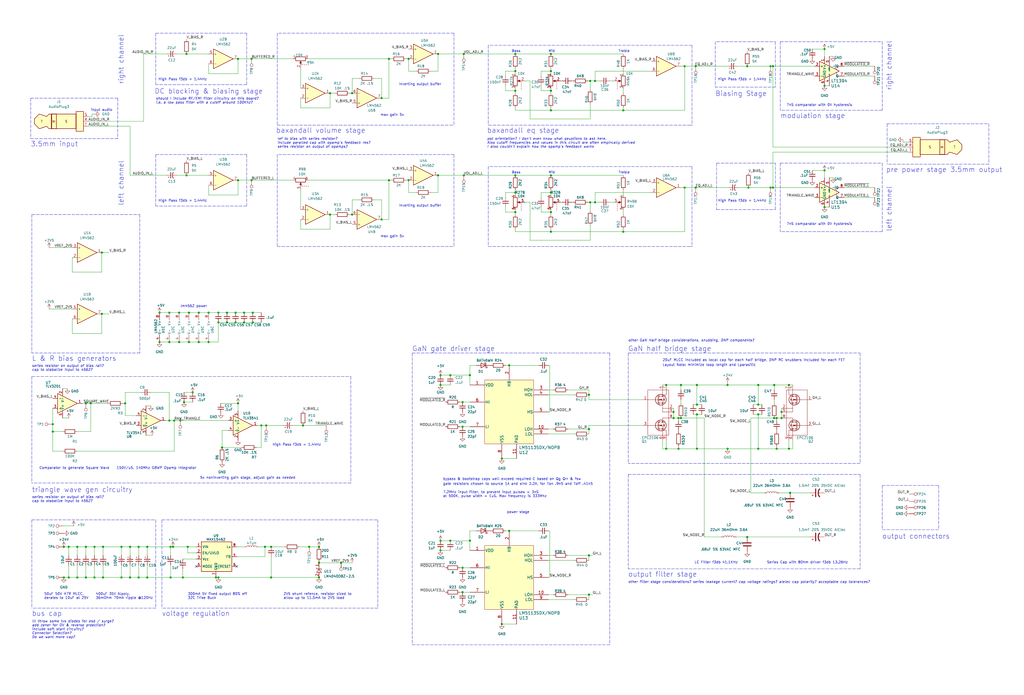
<source format=kicad_sch>
(kicad_sch (version 20211123) (generator eeschema)
  (paper "User" 529.996 359.994)
  (title_block (title "class D GaN Amp") (date "2022-11-08") (rev "0") (company "Adi R"))
  (junction (at 360.045 97.155))
  (junction (at 99.695 203.2))
  (junction (at 94.615 299.085))
  (junction (at 53.34 299.085))
  (junction (at 263.525 274.955))
  (junction (at 40.005 283.21))
  (junction (at 227.965 280.035))
  (junction (at 426.72 25.4))
  (junction (at 130.81 167.005))
  (junction (at 400.05 34.29))
  (junction (at 130.81 161.925))
  (junction (at 53.34 283.21))
  (junction (at 304.8 222.25))
  (junction (at 376.555 199.39))
  (junction (at 88.265 299.085))
  (junction (at 266.7 99.695))
  (junction (at 33.02 299.085))
  (junction (at 266.7 27.94))
  (junction (at 107.95 177.165))
  (junction (at 92.71 177.165))
  (junction (at 48.895 283.21))
  (junction (at 386.715 278.13))
  (junction (at 233.045 194.31))
  (junction (at 351.155 216.535))
  (junction (at 392.43 199.39))
  (junction (at 92.71 161.925))
  (junction (at 52.705 130.81))
  (junction (at 354.33 97.155))
  (junction (at 123.19 208.915))
  (junction (at 201.295 93.345))
  (junction (at 96.52 27.94))
  (junction (at 27.305 223.52))
  (junction (at 266.7 36.83))
  (junction (at 135.255 220.345))
  (junction (at 240.03 27.94))
  (junction (at 102.87 177.165))
  (junction (at 62.865 283.21))
  (junction (at 259.715 237.49))
  (junction (at 87.63 217.805))
  (junction (at 140.335 299.085))
  (junction (at 243.205 280.035))
  (junction (at 87.63 177.165))
  (junction (at 285.115 90.805))
  (junction (at 82.55 177.165))
  (junction (at 95.25 208.28))
  (junction (at 259.715 323.215))
  (junction (at 87.63 161.925))
  (junction (at 360.68 232.41))
  (junction (at 304.8 204.47))
  (junction (at 304.8 307.975))
  (junction (at 398.78 97.155))
  (junction (at 107.95 161.925))
  (junction (at 130.175 93.345))
  (junction (at 239.395 306.705))
  (junction (at 123.19 93.345))
  (junction (at 126.365 167.005))
  (junction (at 240.03 90.805))
  (junction (at 408.305 199.39))
  (junction (at 113.03 299.085))
  (junction (at 352.425 216.535))
  (junction (at 123.19 30.48))
  (junction (at 113.03 161.925))
  (junction (at 239.395 208.28))
  (junction (at 71.755 283.21))
  (junction (at 360.68 214.63))
  (junction (at 170.815 111.125))
  (junction (at 140.335 283.21))
  (junction (at 46.99 208.915))
  (junction (at 197.485 50.8))
  (junction (at 387.35 97.155))
  (junction (at 285.115 120.015))
  (junction (at 27.305 219.71))
  (junction (at 170.815 48.26))
  (junction (at 197.485 113.665))
  (junction (at 227.965 194.31))
  (junction (at 67.31 283.21))
  (junction (at 285.115 27.94))
  (junction (at 426.72 44.45))
  (junction (at 426.72 88.265))
  (junction (at 90.17 217.805))
  (junction (at 211.455 30.48))
  (junction (at 401.955 232.41))
  (junction (at 376.555 232.41))
  (junction (at 97.79 177.165))
  (junction (at 82.55 161.925))
  (junction (at 408.305 232.41))
  (junction (at 392.43 209.55))
  (junction (at 392.43 214.63))
  (junction (at 354.33 34.29))
  (junction (at 408.94 255.27))
  (junction (at 88.265 283.21))
  (junction (at 398.78 34.29))
  (junction (at 404.495 213.36))
  (junction (at 263.525 189.23))
  (junction (at 266.7 109.855))
  (junction (at 165.1 299.085))
  (junction (at 176.53 291.465))
  (junction (at 182.245 48.26))
  (junction (at 35.56 283.21))
  (junction (at 322.58 57.15))
  (junction (at 130.175 30.48))
  (junction (at 117.475 161.925))
  (junction (at 71.755 299.085))
  (junction (at 285.115 46.99))
  (junction (at 93.345 217.805))
  (junction (at 307.975 41.91))
  (junction (at 348.615 213.36))
  (junction (at 307.975 104.775))
  (junction (at 48.895 299.085))
  (junction (at 35.56 299.085))
  (junction (at 401.955 216.535))
  (junction (at 33.02 283.21))
  (junction (at 40.005 299.085))
  (junction (at 351.155 232.41))
  (junction (at 227.965 199.39))
  (junction (at 392.43 232.41))
  (junction (at 266.7 90.805))
  (junction (at 165.1 283.21))
  (junction (at 211.455 93.345))
  (junction (at 360.68 209.55))
  (junction (at 285.115 57.15))
  (junction (at 239.395 220.98))
  (junction (at 44.45 283.21))
  (junction (at 360.045 34.29))
  (junction (at 285.115 36.83))
  (junction (at 113.03 167.005))
  (junction (at 285.115 109.855))
  (junction (at 52.705 162.56))
  (junction (at 111.76 299.085))
  (junction (at 266.7 46.99))
  (junction (at 102.87 161.925))
  (junction (at 114.935 231.775))
  (junction (at 201.295 30.48))
  (junction (at 76.2 299.085))
  (junction (at 96.52 90.805))
  (junction (at 89.535 283.21))
  (junction (at 97.155 283.21))
  (junction (at 386.715 34.29))
  (junction (at 62.865 299.085))
  (junction (at 304.8 287.655))
  (junction (at 344.805 232.41))
  (junction (at 426.72 107.315))
  (junction (at 67.31 299.085))
  (junction (at 239.395 294.005))
  (junction (at 97.79 161.925))
  (junction (at 352.425 199.39))
  (junction (at 76.2 283.21))
  (junction (at 126.365 161.925))
  (junction (at 305.435 41.91))
  (junction (at 404.495 216.535))
  (junction (at 137.16 283.21))
  (junction (at 285.115 99.695))
  (junction (at 121.92 167.005))
  (junction (at 360.68 199.39))
  (junction (at 156.845 220.345))
  (junction (at 226.695 27.94))
  (junction (at 121.92 161.925))
  (junction (at 137.795 220.345))
  (junction (at 226.695 90.805))
  (junction (at 400.685 199.39))
  (junction (at 165.1 291.465))
  (junction (at 348.615 216.535))
  (junction (at 64.77 208.915))
  (junction (at 305.435 104.775))
  (junction (at 117.475 167.005))
  (junction (at 227.965 285.115))
  (junction (at 400.05 97.155))
  (junction (at 44.45 208.915))
  (junction (at 233.045 280.035))
  (junction (at 400.685 216.535))
  (junction (at 160.02 283.21))
  (junction (at 344.805 199.39))
  (junction (at 182.245 111.125))
  (junction (at 243.205 194.31))
  (junction (at 322.58 120.015))
  (junction (at 44.45 299.085))
  (no_connect (at 122.555 293.37))
  (no_connect (at 101.6 293.37))
  (wire (pts (xy 426.72 107.315) (xy 429.26 107.315)))
  (polyline (pts (xy 252.73 86.36) (xy 252.73 127.635)))
  (polyline (pts (xy 456.565 251.46) (xy 485.775 251.46)))
  (wire (pts (xy 469.9 76.2) (xy 400.05 76.2)))
  (wire (pts (xy 140.335 299.085) (xy 165.1 299.085)))
  (wire (pts (xy 48.895 283.21) (xy 53.34 283.21)))
  (wire (pts (xy 392.43 209.55) (xy 389.89 209.55)))
  (wire (pts (xy 210.185 30.48) (xy 211.455 30.48)))
  (wire (pts (xy 126.365 161.925) (xy 130.81 161.925)))
  (polyline (pts (xy 403.86 21.59) (xy 456.565 21.59)))
  (wire (pts (xy 87.63 203.2) (xy 87.63 217.805)))
  (wire (pts (xy 71.755 283.21) (xy 71.755 287.655)))
  (wire (pts (xy 285.115 36.83) (xy 280.035 36.83)))
  (wire (pts (xy 71.755 292.735) (xy 71.755 299.085)))
  (wire (pts (xy 354.33 57.15) (xy 354.33 34.29)))
  (wire (pts (xy 62.865 292.735) (xy 62.865 299.085)))
  (wire (pts (xy 284.48 299.085) (xy 283.845 299.085)))
  (wire (pts (xy 121.92 161.925) (xy 126.365 161.925)))
  (polyline (pts (xy 456.565 84.455) (xy 456.565 120.015)))
  (polyline (pts (xy 459.105 64.135) (xy 459.105 85.09)))
  (wire (pts (xy 401.955 231.14) (xy 401.955 232.41)))
  (wire (pts (xy 271.78 104.775) (xy 274.32 104.775)))
  (wire (pts (xy 305.435 61.595) (xy 305.435 53.975)))
  (wire (pts (xy 294.005 307.975) (xy 304.8 307.975)))
  (polyline (pts (xy 456.565 251.46) (xy 456.565 274.32)))
  (polyline (pts (xy 83.82 269.24) (xy 195.58 269.24)))
  (wire (pts (xy 274.32 61.595) (xy 305.435 61.595)))
  (wire (pts (xy 64.77 203.2) (xy 64.77 208.915)))
  (wire (pts (xy 283.845 307.975) (xy 286.385 307.975)))
  (wire (pts (xy 240.03 90.805) (xy 266.7 90.805)))
  (wire (pts (xy 420.37 25.4) (xy 426.72 25.4)))
  (wire (pts (xy 360.68 209.55) (xy 363.22 209.55)))
  (wire (pts (xy 259.715 237.49) (xy 267.335 237.49)))
  (wire (pts (xy 261.62 44.45) (xy 261.62 46.99)))
  (wire (pts (xy 97.155 283.21) (xy 101.6 283.21)))
  (wire (pts (xy 360.045 97.155) (xy 377.19 97.155)))
  (wire (pts (xy 261.62 107.315) (xy 261.62 109.855)))
  (wire (pts (xy 429.26 92.075) (xy 431.165 92.075)))
  (wire (pts (xy 344.805 232.41) (xy 351.155 232.41)))
  (wire (pts (xy 76.2 299.085) (xy 88.265 299.085)))
  (wire (pts (xy 133.985 283.21) (xy 137.16 283.21)))
  (wire (pts (xy 140.335 299.085) (xy 140.335 288.29)))
  (polyline (pts (xy 234.95 17.145) (xy 143.51 17.145)))
  (polyline (pts (xy 325.12 182.88) (xy 325.12 240.03)))
  (wire (pts (xy 400.685 216.535) (xy 388.62 216.535)))
  (wire (pts (xy 284.48 213.36) (xy 283.845 213.36)))
  (polyline (pts (xy 325.12 182.88) (xy 445.135 182.88)))
  (wire (pts (xy 135.255 231.775) (xy 135.255 220.345)))
  (wire (pts (xy 386.715 34.29) (xy 381.635 34.29)))
  (wire (pts (xy 76.2 283.21) (xy 76.2 287.655)))
  (wire (pts (xy 165.1 291.465) (xy 176.53 291.465)))
  (wire (pts (xy 159.385 30.48) (xy 201.295 30.48)))
  (wire (pts (xy 40.005 283.21) (xy 44.45 283.21)))
  (wire (pts (xy 94.615 289.56) (xy 101.6 289.56)))
  (wire (pts (xy 315.595 41.91) (xy 317.5 41.91)))
  (wire (pts (xy 53.34 283.21) (xy 53.34 287.655)))
  (wire (pts (xy 93.345 217.805) (xy 118.11 217.805)))
  (wire (pts (xy 107.95 33.02) (xy 107.95 38.1)))
  (polyline (pts (xy 60.96 50.8) (xy 60.96 71.755)))
  (wire (pts (xy 348.615 216.535) (xy 351.155 216.535)))
  (wire (pts (xy 67.31 292.735) (xy 67.31 299.085)))
  (wire (pts (xy 238.125 306.705) (xy 239.395 306.705)))
  (wire (pts (xy 404.495 211.455) (xy 404.495 213.36)))
  (wire (pts (xy 261.62 46.99) (xy 266.7 46.99)))
  (polyline (pts (xy 456.565 120.015) (xy 403.86 120.015)))
  (wire (pts (xy 201.295 93.345) (xy 202.565 93.345)))
  (wire (pts (xy 354.33 97.155) (xy 360.045 97.155)))
  (wire (pts (xy 410.21 199.39) (xy 408.305 199.39)))
  (wire (pts (xy 130.81 161.925) (xy 135.255 161.925)))
  (wire (pts (xy 285.115 57.15) (xy 285.115 55.88)))
  (wire (pts (xy 360.68 209.55) (xy 360.68 199.39)))
  (wire (pts (xy 155.575 35.56) (xy 155.575 45.72)))
  (wire (pts (xy 266.7 98.425) (xy 266.7 99.695)))
  (wire (pts (xy 285.115 98.425) (xy 285.115 99.695)))
  (wire (pts (xy 94.615 294.64) (xy 94.615 299.085)))
  (wire (pts (xy 404.495 216.535) (xy 401.955 216.535)))
  (wire (pts (xy 243.205 280.035) (xy 243.205 274.955)))
  (wire (pts (xy 76.2 283.21) (xy 88.265 283.21)))
  (polyline (pts (xy 195.58 269.24) (xy 195.58 314.96)))
  (wire (pts (xy 87.63 177.165) (xy 92.71 177.165)))
  (wire (pts (xy 436.88 34.29) (xy 452.755 34.29)))
  (wire (pts (xy 239.395 306.705) (xy 243.205 306.705)))
  (wire (pts (xy 121.92 167.005) (xy 126.365 167.005)))
  (wire (pts (xy 322.58 108.585) (xy 322.58 111.125)))
  (wire (pts (xy 388.62 255.27) (xy 395.605 255.27)))
  (wire (pts (xy 33.02 272.415) (xy 38.1 272.415)))
  (wire (pts (xy 285.115 109.855) (xy 285.115 111.125)))
  (polyline (pts (xy 401.32 21.59) (xy 401.32 45.085)))
  (wire (pts (xy 280.035 109.855) (xy 285.115 109.855)))
  (wire (pts (xy 354.33 120.015) (xy 354.33 97.155)))
  (wire (pts (xy 71.755 283.21) (xy 76.2 283.21)))
  (wire (pts (xy 35.56 299.085) (xy 40.005 299.085)))
  (wire (pts (xy 376.555 199.39) (xy 392.43 199.39)))
  (wire (pts (xy 305.435 104.775) (xy 305.435 109.22)))
  (wire (pts (xy 401.955 222.885) (xy 401.955 223.52)))
  (wire (pts (xy 261.62 189.23) (xy 263.525 189.23)))
  (wire (pts (xy 137.16 283.21) (xy 140.335 283.21)))
  (wire (pts (xy 226.695 99.695) (xy 226.695 90.805)))
  (wire (pts (xy 467.36 72.39) (xy 467.36 73.66)))
  (polyline (pts (xy 403.86 21.59) (xy 403.86 57.15)))
  (wire (pts (xy 285.115 57.15) (xy 322.58 57.15)))
  (wire (pts (xy 91.44 27.94) (xy 96.52 27.94)))
  (wire (pts (xy 32.385 223.52) (xy 27.305 223.52)))
  (wire (pts (xy 285.115 46.99) (xy 285.115 48.26)))
  (wire (pts (xy 295.91 41.91) (xy 296.545 41.91)))
  (wire (pts (xy 266.7 57.15) (xy 285.115 57.15)))
  (polyline (pts (xy 403.86 84.455) (xy 456.565 84.455)))
  (polyline (pts (xy 80.645 17.145) (xy 127.635 17.145)))
  (wire (pts (xy 97.155 286.385) (xy 97.155 283.21)))
  (wire (pts (xy 90.17 217.805) (xy 93.345 217.805)))
  (wire (pts (xy 193.675 103.505) (xy 197.485 103.505)))
  (wire (pts (xy 33.02 283.21) (xy 35.56 283.21)))
  (wire (pts (xy 420.37 88.265) (xy 426.72 88.265)))
  (wire (pts (xy 307.975 99.695) (xy 337.185 99.695)))
  (wire (pts (xy 388.62 216.535) (xy 388.62 255.27)))
  (wire (pts (xy 307.975 104.775) (xy 310.515 104.775)))
  (wire (pts (xy 239.395 208.28) (xy 243.205 208.28)))
  (wire (pts (xy 170.815 55.88) (xy 170.815 48.26)))
  (wire (pts (xy 126.365 167.005) (xy 130.81 167.005)))
  (polyline (pts (xy 143.51 127.635) (xy 234.95 127.635)))
  (wire (pts (xy 201.295 30.48) (xy 201.295 50.8)))
  (wire (pts (xy 304.8 204.47) (xy 304.8 207.01)))
  (wire (pts (xy 182.245 103.505) (xy 186.055 103.505)))
  (wire (pts (xy 27.305 223.52) (xy 27.305 233.68)))
  (wire (pts (xy 280.035 44.45) (xy 280.035 46.99)))
  (wire (pts (xy 342.9 227.965) (xy 342.9 232.41)))
  (wire (pts (xy 67.31 283.21) (xy 67.31 287.655)))
  (wire (pts (xy 243.205 280.035) (xy 243.205 285.115)))
  (wire (pts (xy 46.99 208.915) (xy 55.88 208.915)))
  (polyline (pts (xy 370.84 84.455) (xy 370.84 108.585)))
  (wire (pts (xy 410.21 227.965) (xy 410.21 232.41)))
  (wire (pts (xy 44.45 299.085) (xy 48.895 299.085)))
  (wire (pts (xy 305.435 41.91) (xy 305.435 46.355)))
  (wire (pts (xy 304.8 307.975) (xy 304.8 310.515)))
  (wire (pts (xy 37.465 172.72) (xy 52.705 172.72)))
  (wire (pts (xy 400.05 76.2) (xy 400.05 34.29)))
  (wire (pts (xy 211.455 93.345) (xy 211.455 99.695)))
  (wire (pts (xy 259.715 323.215) (xy 267.335 323.215)))
  (wire (pts (xy 90.17 217.805) (xy 90.17 233.68)))
  (wire (pts (xy 266.7 99.695) (xy 266.7 100.965)))
  (polyline (pts (xy 83.82 269.24) (xy 83.82 314.96)))
  (polyline (pts (xy 16.51 111.125) (xy 72.39 111.125)))
  (wire (pts (xy 182.245 40.64) (xy 186.055 40.64)))
  (wire (pts (xy 315.595 104.775) (xy 317.5 104.775)))
  (wire (pts (xy 294.005 287.655) (xy 304.8 287.655)))
  (wire (pts (xy 226.695 36.83) (xy 226.695 27.94)))
  (wire (pts (xy 429.26 29.21) (xy 431.165 29.21)))
  (wire (pts (xy 182.245 111.125) (xy 182.245 103.505)))
  (wire (pts (xy 32.385 201.295) (xy 34.925 201.295)))
  (polyline (pts (xy 16.51 194.945) (xy 181.61 194.945)))
  (wire (pts (xy 400.685 199.39) (xy 400.685 201.93)))
  (polyline (pts (xy 16.51 111.125) (xy 16.51 182.88)))
  (wire (pts (xy 376.555 198.12) (xy 376.555 199.39)))
  (wire (pts (xy 322.58 57.15) (xy 322.58 55.88)))
  (wire (pts (xy 351.155 231.14) (xy 351.155 232.41)))
  (wire (pts (xy 32.385 216.535) (xy 35.56 216.535)))
  (wire (pts (xy 352.425 216.535) (xy 364.49 216.535)))
  (wire (pts (xy 266.7 108.585) (xy 266.7 109.855)))
  (wire (pts (xy 137.795 220.345) (xy 146.685 220.345)))
  (wire (pts (xy 62.865 283.21) (xy 62.865 287.655)))
  (polyline (pts (xy 72.39 182.88) (xy 16.51 182.88)))
  (wire (pts (xy 322.58 35.56) (xy 322.58 38.1)))
  (polyline (pts (xy 127.635 17.145) (xy 127.635 43.815)))
  (wire (pts (xy 398.78 34.29) (xy 400.05 34.29)))
  (wire (pts (xy 113.03 299.085) (xy 140.335 299.085)))
  (wire (pts (xy 73.025 203.2) (xy 64.77 203.2)))
  (wire (pts (xy 266.7 45.72) (xy 266.7 46.99)))
  (wire (pts (xy 283.845 222.25) (xy 286.385 222.25)))
  (wire (pts (xy 193.675 40.64) (xy 197.485 40.64)))
  (wire (pts (xy 307.975 104.775) (xy 307.975 99.695)))
  (wire (pts (xy 155.575 50.8) (xy 155.575 55.88)))
  (wire (pts (xy 123.19 38.1) (xy 123.19 30.48)))
  (wire (pts (xy 364.49 216.535) (xy 364.49 278.13)))
  (wire (pts (xy 67.31 90.805) (xy 86.36 90.805)))
  (wire (pts (xy 210.185 93.345) (xy 211.455 93.345)))
  (wire (pts (xy 392.43 209.55) (xy 392.43 199.39)))
  (polyline (pts (xy 15.875 50.8) (xy 60.96 50.8)))
  (wire (pts (xy 63.5 208.915) (xy 64.77 208.915)))
  (wire (pts (xy 123.19 100.965) (xy 123.19 93.345)))
  (wire (pts (xy 364.49 278.13) (xy 373.38 278.13)))
  (wire (pts (xy 284.48 274.955) (xy 284.48 299.085)))
  (wire (pts (xy 201.295 30.48) (xy 202.565 30.48)))
  (wire (pts (xy 285.115 35.56) (xy 285.115 36.83)))
  (wire (pts (xy 155.575 113.665) (xy 155.575 118.745)))
  (wire (pts (xy 404.495 213.36) (xy 404.495 216.535)))
  (wire (pts (xy 408.94 255.27) (xy 419.1 255.27)))
  (wire (pts (xy 266.7 55.88) (xy 266.7 57.15)))
  (polyline (pts (xy 445.135 294.64) (xy 325.12 294.64)))
  (wire (pts (xy 135.255 220.345) (xy 137.795 220.345)))
  (polyline (pts (xy 315.595 334.01) (xy 213.36 334.01)))
  (polyline (pts (xy 80.645 80.01) (xy 127.635 80.01)))
  (wire (pts (xy 285.115 90.805) (xy 322.58 90.805)))
  (wire (pts (xy 64.77 208.915) (xy 64.77 215.265)))
  (wire (pts (xy 44.45 292.735) (xy 44.45 299.085)))
  (wire (pts (xy 400.685 207.01) (xy 400.685 208.915)))
  (wire (pts (xy 322.58 57.15) (xy 354.33 57.15)))
  (wire (pts (xy 283.845 204.47) (xy 297.18 204.47)))
  (wire (pts (xy 290.195 104.775) (xy 290.83 104.775)))
  (wire (pts (xy 155.575 55.88) (xy 170.815 55.88)))
  (polyline (pts (xy 127.635 106.68) (xy 80.645 106.68)))
  (wire (pts (xy 27.305 219.71) (xy 27.305 211.455)))
  (wire (pts (xy 25.4 128.27) (xy 37.465 128.27)))
  (wire (pts (xy 285.115 120.015) (xy 285.115 118.745)))
  (wire (pts (xy 113.03 167.005) (xy 117.475 167.005)))
  (wire (pts (xy 400.05 78.74) (xy 469.9 78.74)))
  (wire (pts (xy 263.525 274.955) (xy 278.765 274.955)))
  (wire (pts (xy 467.36 73.66) (xy 469.9 73.66)))
  (wire (pts (xy 111.76 299.085) (xy 113.03 299.085)))
  (wire (pts (xy 107.95 161.925) (xy 113.03 161.925)))
  (wire (pts (xy 401.955 216.535) (xy 401.955 217.805)))
  (wire (pts (xy 266.7 120.015) (xy 285.115 120.015)))
  (polyline (pts (xy 358.14 64.77) (xy 357.505 64.77)))
  (wire (pts (xy 197.485 103.505) (xy 197.485 113.665)))
  (wire (pts (xy 48.895 283.21) (xy 48.895 287.655)))
  (wire (pts (xy 40.005 283.21) (xy 40.005 287.655)))
  (wire (pts (xy 408.305 227.965) (xy 408.305 232.41)))
  (wire (pts (xy 261.62 36.83) (xy 266.7 36.83)))
  (wire (pts (xy 52.705 162.56) (xy 52.705 172.72)))
  (wire (pts (xy 386.715 278.13) (xy 419.1 278.13)))
  (wire (pts (xy 52.705 130.81) (xy 56.515 130.81)))
  (polyline (pts (xy 401.32 108.585) (xy 401.32 84.455)))
  (wire (pts (xy 135.255 220.345) (xy 133.35 220.345)))
  (wire (pts (xy 74.295 62.865) (xy 74.295 27.94)))
  (wire (pts (xy 35.56 283.21) (xy 35.56 287.655)))
  (wire (pts (xy 96.52 27.94) (xy 107.95 27.94)))
  (polyline (pts (xy 213.36 182.88) (xy 213.36 334.01)))
  (wire (pts (xy 154.94 283.21) (xy 160.02 283.21)))
  (wire (pts (xy 351.155 216.535) (xy 351.155 217.805)))
  (wire (pts (xy 62.865 283.21) (xy 67.31 283.21)))
  (polyline (pts (xy 358.14 23.495) (xy 358.14 64.77)))
  (wire (pts (xy 76.2 292.735) (xy 76.2 299.085)))
  (wire (pts (xy 102.87 177.165) (xy 107.95 177.165)))
  (wire (pts (xy 67.31 65.405) (xy 67.31 90.805)))
  (wire (pts (xy 132.715 231.775) (xy 135.255 231.775)))
  (polyline (pts (xy 370.84 108.585) (xy 401.32 108.585)))
  (wire (pts (xy 170.815 48.26) (xy 173.355 48.26)))
  (wire (pts (xy 283.845 224.79) (xy 297.18 224.79)))
  (wire (pts (xy 400.05 97.155) (xy 421.64 97.155)))
  (wire (pts (xy 400.05 34.29) (xy 421.64 34.29)))
  (polyline (pts (xy 234.95 17.145) (xy 234.95 64.77)))
  (wire (pts (xy 266.7 35.56) (xy 266.7 36.83)))
  (wire (pts (xy 266.7 90.805) (xy 285.115 90.805)))
  (wire (pts (xy 261.62 109.855) (xy 266.7 109.855)))
  (wire (pts (xy 211.455 99.695) (xy 215.265 99.695)))
  (wire (pts (xy 285.115 46.99) (xy 285.115 45.72)))
  (wire (pts (xy 400.685 199.39) (xy 392.43 199.39)))
  (wire (pts (xy 113.03 161.925) (xy 117.475 161.925)))
  (wire (pts (xy 52.705 130.81) (xy 52.705 140.97)))
  (wire (pts (xy 342.9 199.39) (xy 344.805 199.39)))
  (polyline (pts (xy 358.14 86.36) (xy 358.14 127.635)))
  (polyline (pts (xy 80.645 17.145) (xy 80.645 43.815)))
  (wire (pts (xy 165.1 290.83) (xy 165.1 291.465)))
  (wire (pts (xy 274.32 124.46) (xy 305.435 124.46)))
  (wire (pts (xy 307.975 41.91) (xy 307.975 36.83)))
  (polyline (pts (xy 401.32 45.085) (xy 370.205 45.085)))
  (wire (pts (xy 156.845 220.345) (xy 168.91 220.345)))
  (wire (pts (xy 97.79 177.165) (xy 102.87 177.165)))
  (wire (pts (xy 342.9 232.41) (xy 344.805 232.41)))
  (wire (pts (xy 40.005 223.52) (xy 46.99 223.52)))
  (wire (pts (xy 62.865 299.085) (xy 67.31 299.085)))
  (polyline (pts (xy 370.84 21.59) (xy 401.32 21.59)))
  (wire (pts (xy 360.68 214.63) (xy 363.22 214.63)))
  (wire (pts (xy 354.33 97.155) (xy 352.425 97.155)))
  (wire (pts (xy 436.88 97.155) (xy 452.755 97.155)))
  (wire (pts (xy 97.79 161.925) (xy 102.87 161.925)))
  (wire (pts (xy 360.68 232.41) (xy 376.555 232.41)))
  (polyline (pts (xy 80.645 314.96) (xy 16.51 314.96)))
  (wire (pts (xy 96.52 90.805) (xy 107.95 90.805)))
  (wire (pts (xy 360.68 199.39) (xy 376.555 199.39)))
  (polyline (pts (xy 252.73 64.77) (xy 358.14 64.77)))
  (wire (pts (xy 123.19 208.915) (xy 123.19 212.725)))
  (wire (pts (xy 64.77 215.265) (xy 70.485 215.265)))
  (polyline (pts (xy 181.61 250.19) (xy 16.51 250.19)))
  (wire (pts (xy 322.58 120.015) (xy 322.58 118.745)))
  (wire (pts (xy 37.465 140.97) (xy 52.705 140.97)))
  (wire (pts (xy 75.565 210.185) (xy 78.105 210.185)))
  (wire (pts (xy 40.005 292.735) (xy 40.005 299.085)))
  (wire (pts (xy 101.6 286.385) (xy 97.155 286.385)))
  (wire (pts (xy 394.335 214.63) (xy 392.43 214.63)))
  (wire (pts (xy 130.175 93.345) (xy 151.765 93.345)))
  (wire (pts (xy 351.155 222.885) (xy 351.155 223.52)))
  (wire (pts (xy 123.19 30.48) (xy 130.175 30.48)))
  (wire (pts (xy 408.305 232.41) (xy 401.955 232.41)))
  (wire (pts (xy 280.035 107.315) (xy 280.035 109.855)))
  (wire (pts (xy 263.525 189.23) (xy 278.765 189.23)))
  (polyline (pts (xy 445.135 240.03) (xy 325.12 240.03)))
  (wire (pts (xy 67.31 299.085) (xy 71.755 299.085)))
  (wire (pts (xy 44.45 283.21) (xy 44.45 287.655)))
  (wire (pts (xy 400.05 97.155) (xy 400.05 78.74)))
  (wire (pts (xy 352.425 199.39) (xy 360.68 199.39)))
  (wire (pts (xy 88.265 292.735) (xy 88.265 299.085)))
  (wire (pts (xy 85.725 217.805) (xy 87.63 217.805)))
  (wire (pts (xy 305.435 124.46) (xy 305.435 116.84)))
  (wire (pts (xy 82.55 177.165) (xy 87.63 177.165)))
  (wire (pts (xy 201.295 113.665) (xy 197.485 113.665)))
  (polyline (pts (xy 143.51 80.01) (xy 143.51 127.635)))
  (wire (pts (xy 322.58 120.015) (xy 354.33 120.015)))
  (wire (pts (xy 392.43 214.63) (xy 392.43 232.41)))
  (wire (pts (xy 436.88 102.235) (xy 452.755 102.235)))
  (wire (pts (xy 33.02 299.085) (xy 35.56 299.085)))
  (wire (pts (xy 53.34 292.735) (xy 53.34 299.085)))
  (wire (pts (xy 82.55 161.925) (xy 87.63 161.925)))
  (wire (pts (xy 25.4 160.02) (xy 37.465 160.02)))
  (polyline (pts (xy 127.635 80.01) (xy 127.635 106.68)))
  (wire (pts (xy 226.695 90.805) (xy 240.03 90.805)))
  (wire (pts (xy 274.32 41.91) (xy 274.32 61.595)))
  (wire (pts (xy 358.775 214.63) (xy 360.68 214.63)))
  (wire (pts (xy 436.88 39.37) (xy 452.755 39.37)))
  (wire (pts (xy 386.715 34.29) (xy 398.78 34.29)))
  (polyline (pts (xy 143.51 64.77) (xy 234.95 64.77)))
  (wire (pts (xy 113.03 177.165) (xy 113.03 167.005)))
  (wire (pts (xy 266.7 46.99) (xy 266.7 48.26)))
  (wire (pts (xy 160.02 283.21) (xy 165.1 283.21)))
  (wire (pts (xy 243.205 274.955) (xy 246.38 274.955)))
  (polyline (pts (xy 325.12 245.745) (xy 445.135 245.745)))
  (wire (pts (xy 37.465 165.1) (xy 37.465 172.72)))
  (wire (pts (xy 285.115 27.94) (xy 322.58 27.94)))
  (wire (pts (xy 351.155 232.41) (xy 360.68 232.41)))
  (wire (pts (xy 240.03 27.94) (xy 266.7 27.94)))
  (polyline (pts (xy 252.73 23.495) (xy 252.73 64.77)))
  (wire (pts (xy 304.8 222.25) (xy 304.8 224.79)))
  (polyline (pts (xy 72.39 111.125) (xy 72.39 182.88)))
  (wire (pts (xy 222.885 99.695) (xy 226.695 99.695)))
  (wire (pts (xy 88.265 287.655) (xy 88.265 283.21)))
  (polyline (pts (xy 234.95 80.01) (xy 234.95 127.635)))
  (wire (pts (xy 201.295 50.8) (xy 197.485 50.8)))
  (wire (pts (xy 94.615 299.085) (xy 111.76 299.085)))
  (wire (pts (xy 92.71 177.165) (xy 97.79 177.165)))
  (wire (pts (xy 410.21 232.41) (xy 408.305 232.41)))
  (wire (pts (xy 89.535 283.21) (xy 97.155 283.21)))
  (wire (pts (xy 130.175 30.48) (xy 151.765 30.48)))
  (polyline (pts (xy 445.135 245.745) (xy 445.135 294.64)))
  (wire (pts (xy 47.625 59.055) (xy 48.895 59.055)))
  (wire (pts (xy 243.205 194.31) (xy 243.205 199.39)))
  (wire (pts (xy 401.955 232.41) (xy 392.43 232.41)))
  (wire (pts (xy 107.95 95.885) (xy 107.95 100.965)))
  (wire (pts (xy 307.975 41.91) (xy 310.515 41.91)))
  (wire (pts (xy 87.63 217.805) (xy 90.17 217.805)))
  (wire (pts (xy 45.72 65.405) (xy 67.31 65.405)))
  (wire (pts (xy 159.385 93.345) (xy 201.295 93.345)))
  (wire (pts (xy 75.565 225.425) (xy 78.74 225.425)))
  (wire (pts (xy 426.72 25.4) (xy 426.72 29.21)))
  (wire (pts (xy 48.895 299.085) (xy 53.34 299.085)))
  (polyline (pts (xy 403.86 84.455) (xy 403.86 120.015)))
  (wire (pts (xy 266.7 27.94) (xy 285.115 27.94)))
  (wire (pts (xy 40.005 299.085) (xy 44.45 299.085)))
  (wire (pts (xy 122.555 288.29) (xy 137.16 288.29)))
  (wire (pts (xy 211.455 36.83) (xy 215.265 36.83)))
  (wire (pts (xy 114.935 222.885) (xy 114.935 231.775)))
  (wire (pts (xy 35.56 292.735) (xy 35.56 299.085)))
  (wire (pts (xy 344.805 199.39) (xy 352.425 199.39)))
  (wire (pts (xy 387.35 97.155) (xy 398.78 97.155)))
  (wire (pts (xy 381 278.13) (xy 386.715 278.13)))
  (wire (pts (xy 285.115 109.855) (xy 285.115 108.585)))
  (wire (pts (xy 233.045 194.31) (xy 243.205 194.31)))
  (wire (pts (xy 304.8 287.655) (xy 306.705 287.655)))
  (polyline (pts (xy 456.565 21.59) (xy 456.565 57.15)))
  (wire (pts (xy 46.99 208.915) (xy 44.45 208.915)))
  (wire (pts (xy 90.17 233.68) (xy 40.005 233.68)))
  (polyline (pts (xy 213.36 182.88) (xy 315.595 182.88)))
  (wire (pts (xy 285.115 120.015) (xy 322.58 120.015)))
  (wire (pts (xy 271.78 41.91) (xy 274.32 41.91)))
  (wire (pts (xy 222.885 36.83) (xy 226.695 36.83)))
  (wire (pts (xy 426.72 88.265) (xy 426.72 92.075)))
  (wire (pts (xy 398.78 97.155) (xy 400.05 97.155)))
  (wire (pts (xy 285.115 99.695) (xy 285.115 100.965)))
  (wire (pts (xy 322.58 45.72) (xy 322.58 48.26)))
  (wire (pts (xy 114.3 208.915) (xy 123.19 208.915)))
  (wire (pts (xy 238.125 220.98) (xy 239.395 220.98)))
  (polyline (pts (xy 511.81 64.135) (xy 511.81 85.09)))
  (wire (pts (xy 238.125 294.005) (xy 239.395 294.005)))
  (wire (pts (xy 53.34 299.085) (xy 62.865 299.085)))
  (wire (pts (xy 295.91 104.775) (xy 296.545 104.775)))
  (wire (pts (xy 44.45 208.915) (xy 42.545 208.915)))
  (wire (pts (xy 107.95 177.165) (xy 113.03 177.165)))
  (wire (pts (xy 280.035 36.83) (xy 280.035 39.37)))
  (wire (pts (xy 283.845 201.93) (xy 286.385 201.93)))
  (wire (pts (xy 233.045 194.31) (xy 227.965 194.31)))
  (wire (pts (xy 305.435 41.91) (xy 307.975 41.91)))
  (wire (pts (xy 155.575 98.425) (xy 155.575 108.585)))
  (wire (pts (xy 176.53 291.465) (xy 182.245 291.465)))
  (polyline (pts (xy 485.775 274.32) (xy 456.565 274.32)))
  (wire (pts (xy 102.87 161.925) (xy 107.95 161.925)))
  (wire (pts (xy 294.005 222.25) (xy 304.8 222.25)))
  (wire (pts (xy 266.7 36.83) (xy 266.7 38.1)))
  (polyline (pts (xy 60.96 71.755) (xy 15.875 71.755)))
  (wire (pts (xy 48.895 292.735) (xy 48.895 299.085)))
  (wire (pts (xy 304.165 104.775) (xy 305.435 104.775)))
  (wire (pts (xy 137.16 288.29) (xy 137.16 283.21)))
  (polyline (pts (xy 80.645 80.01) (xy 80.645 106.68)))
  (wire (pts (xy 239.395 294.005) (xy 243.205 294.005)))
  (wire (pts (xy 261.62 39.37) (xy 261.62 36.83)))
  (wire (pts (xy 122.555 283.21) (xy 126.365 283.21)))
  (wire (pts (xy 88.265 283.21) (xy 89.535 283.21)))
  (wire (pts (xy 285.115 36.83) (xy 285.115 38.1)))
  (wire (pts (xy 95.25 203.2) (xy 99.695 203.2)))
  (wire (pts (xy 118.11 222.885) (xy 114.935 222.885)))
  (wire (pts (xy 37.465 133.35) (xy 37.465 140.97)))
  (wire (pts (xy 243.205 189.23) (xy 246.38 189.23)))
  (wire (pts (xy 45.72 62.865) (xy 74.295 62.865)))
  (wire (pts (xy 280.035 46.99) (xy 285.115 46.99)))
  (polyline (pts (xy 16.51 269.24) (xy 16.51 314.96)))
  (wire (pts (xy 266.7 109.855) (xy 266.7 111.125)))
  (polyline (pts (xy 325.12 245.745) (xy 325.12 294.64)))
  (polyline (pts (xy 445.135 182.88) (xy 445.135 240.03)))
  (polyline (pts (xy 459.105 64.135) (xy 511.81 64.135)))
  (wire (pts (xy 140.335 283.21) (xy 147.32 283.21)))
  (wire (pts (xy 45.72 60.325) (xy 47.625 60.325)))
  (wire (pts (xy 290.195 41.91) (xy 290.83 41.91)))
  (wire (pts (xy 351.155 216.535) (xy 352.425 216.535)))
  (wire (pts (xy 304.8 287.655) (xy 304.8 290.195)))
  (wire (pts (xy 87.63 161.925) (xy 92.71 161.925)))
  (wire (pts (xy 201.295 93.345) (xy 201.295 113.665)))
  (wire (pts (xy 71.755 299.085) (xy 76.2 299.085)))
  (wire (pts (xy 47.625 60.325) (xy 47.625 59.055)))
  (polyline (pts (xy 315.595 182.88) (xy 315.595 334.01)))
  (wire (pts (xy 426.72 44.45) (xy 429.26 44.45)))
  (wire (pts (xy 307.975 36.83) (xy 337.185 36.83)))
  (wire (pts (xy 227.965 199.39) (xy 233.045 199.39)))
  (wire (pts (xy 91.44 90.805) (xy 96.52 90.805)))
  (polyline (pts (xy 16.51 269.24) (xy 80.645 269.24)))
  (wire (pts (xy 360.68 214.63) (xy 360.68 232.41)))
  (wire (pts (xy 170.815 118.745) (xy 170.815 111.125)))
  (wire (pts (xy 111.76 299.085) (xy 111.76 298.45)))
  (wire (pts (xy 261.62 99.695) (xy 266.7 99.695)))
  (polyline (pts (xy 252.73 127.635) (xy 358.14 127.635)))
  (wire (pts (xy 92.71 161.925) (xy 97.79 161.925)))
  (wire (pts (xy 233.045 280.035) (xy 227.965 280.035)))
  (wire (pts (xy 394.335 209.55) (xy 392.43 209.55)))
  (wire (pts (xy 352.425 199.39) (xy 352.425 201.93)))
  (polyline (pts (xy 511.81 85.09) (xy 459.105 85.09)))
  (wire (pts (xy 155.575 118.745) (xy 170.815 118.745)))
  (wire (pts (xy 283.845 290.195) (xy 297.18 290.195)))
  (wire (pts (xy 107.95 38.1) (xy 123.19 38.1)))
  (wire (pts (xy 67.31 283.21) (xy 71.755 283.21)))
  (polyline (pts (xy 358.14 127.635) (xy 357.505 127.635)))
  (wire (pts (xy 117.475 161.925) (xy 121.92 161.925)))
  (wire (pts (xy 304.8 307.975) (xy 306.705 307.975)))
  (polyline (pts (xy 370.84 84.455) (xy 401.32 84.455)))
  (wire (pts (xy 261.62 102.235) (xy 261.62 99.695)))
  (wire (pts (xy 88.265 299.085) (xy 94.615 299.085)))
  (polyline (pts (xy 358.14 86.36) (xy 252.73 86.36)))
  (wire (pts (xy 392.43 214.63) (xy 389.89 214.63)))
  (wire (pts (xy 74.295 27.94) (xy 86.36 27.94)))
  (wire (pts (xy 180.975 48.26) (xy 182.245 48.26)))
  (wire (pts (xy 114.935 231.775) (xy 125.095 231.775)))
  (wire (pts (xy 95.25 208.28) (xy 99.695 208.28)))
  (wire (pts (xy 27.305 223.52) (xy 27.305 219.71)))
  (wire (pts (xy 243.205 194.31) (xy 243.205 189.23)))
  (wire (pts (xy 107.95 100.965) (xy 123.19 100.965)))
  (polyline (pts (xy 16.51 194.945) (xy 16.51 250.19)))
  (wire (pts (xy 352.425 207.01) (xy 352.425 208.915)))
  (wire (pts (xy 304.8 222.25) (xy 304.8 220.345)))
  (wire (pts (xy 44.45 283.21) (xy 48.895 283.21)))
  (wire (pts (xy 348.615 213.36) (xy 348.615 216.535)))
  (wire (pts (xy 266.7 118.745) (xy 266.7 120.015)))
  (wire (pts (xy 35.56 283.21) (xy 40.005 283.21)))
  (wire (pts (xy 283.845 310.515) (xy 297.18 310.515)))
  (wire (pts (xy 304.8 220.345) (xy 332.74 220.345)))
  (wire (pts (xy 27.305 233.68) (xy 32.385 233.68)))
  (wire (pts (xy 284.48 189.23) (xy 284.48 213.36)))
  (wire (pts (xy 182.245 48.26) (xy 182.245 40.64)))
  (wire (pts (xy 382.27 97.155) (xy 387.35 97.155)))
  (wire (pts (xy 285.115 99.695) (xy 280.035 99.695)))
  (wire (pts (xy 305.435 104.775) (xy 307.975 104.775)))
  (wire (pts (xy 46.99 223.52) (xy 46.99 208.915)))
  (wire (pts (xy 294.005 201.93) (xy 304.8 201.93)))
  (wire (pts (xy 322.58 98.425) (xy 322.58 100.965)))
  (polyline (pts (xy 80.645 269.24) (xy 80.645 314.96)))
  (wire (pts (xy 226.695 27.94) (xy 240.03 27.94)))
  (polyline (pts (xy 143.51 17.145) (xy 143.51 64.77)))
  (polyline (pts (xy 15.875 50.8) (xy 15.875 71.755)))
  (wire (pts (xy 283.845 274.955) (xy 284.48 274.955)))
  (wire (pts (xy 403.225 255.27) (xy 408.94 255.27)))
  (wire (pts (xy 151.765 220.345) (xy 156.845 220.345)))
  (wire (pts (xy 261.62 274.955) (xy 263.525 274.955)))
  (wire (pts (xy 78.105 203.2) (xy 87.63 203.2)))
  (wire (pts (xy 53.34 283.21) (xy 62.865 283.21)))
  (wire (pts (xy 280.035 99.695) (xy 280.035 102.235)))
  (wire (pts (xy 170.815 111.125) (xy 173.355 111.125)))
  (wire (pts (xy 227.965 285.115) (xy 233.045 285.115)))
  (wire (pts (xy 360.045 34.29) (xy 376.555 34.29)))
  (wire (pts (xy 130.81 167.005) (xy 135.255 167.005)))
  (polyline (pts (xy 370.205 21.59) (xy 370.205 45.085)))
  (polyline (pts (xy 456.565 57.15) (xy 403.86 57.15)))
  (polyline (pts (xy 195.58 314.96) (xy 83.82 314.96)))
  (polyline (pts (xy 485.775 251.46) (xy 485.775 274.32)))
  (wire (pts (xy 180.975 111.125) (xy 182.245 111.125)))
  (wire (pts (xy 197.485 40.64) (xy 197.485 50.8)))
  (wire (pts (xy 354.33 34.29) (xy 352.425 34.29)))
  (wire (pts (xy 239.395 220.98) (xy 243.205 220.98)))
  (polyline (pts (xy 234.95 80.01) (xy 143.51 80.01)))
  (wire (pts (xy 211.455 30.48) (xy 211.455 36.83)))
  (wire (pts (xy 304.165 41.91) (xy 305.435 41.91)))
  (wire (pts (xy 408.305 199.39) (xy 400.685 199.39)))
  (wire (pts (xy 52.705 162.56) (xy 56.515 162.56)))
  (wire (pts (xy 283.845 189.23) (xy 284.48 189.23)))
  (wire (pts (xy 283.845 287.655) (xy 286.385 287.655)))
  (polyline (pts (xy 127.635 43.815) (xy 80.645 43.815)))
  (wire (pts (xy 274.32 104.775) (xy 274.32 124.46)))
  (wire (pts (xy 238.125 208.28) (xy 239.395 208.28)))
  (wire (pts (xy 304.8 201.93) (xy 304.8 204.47)))
  (polyline (pts (xy 181.61 194.945) (xy 181.61 250.19)))
  (wire (pts (xy 348.615 211.455) (xy 348.615 213.36)))
  (polyline (pts (xy 358.14 23.495) (xy 252.73 23.495)))
  (wire (pts (xy 117.475 167.005) (xy 121.92 167.005)))
  (wire (pts (xy 344.805 227.965) (xy 344.805 232.41)))
  (wire (pts (xy 354.33 34.29) (xy 360.045 34.29)))
  (wire (pts (xy 358.775 209.55) (xy 360.68 209.55)))
  (wire (pts (xy 123.19 93.345) (xy 130.175 93.345)))
  (wire (pts (xy 376.555 232.41) (xy 392.43 232.41)))
  (wire (pts (xy 304.8 207.01) (xy 332.74 207.01)))
  (wire (pts (xy 401.955 216.535) (xy 400.685 216.535)))
  (wire (pts (xy 233.045 280.035) (xy 243.205 280.035)))
  (text "Comparator to generate Square Wave" (at 20.32 243.205 0) (effects (font (size 1.27 1.27)) (justify left bottom)))
  (text "pot orientation? I don't even know what qeustions to ask here.\nAlso cutoff frequencies and values in this circuit are often empircally derived\nI also couldn't explain how the opamp's feedback works" (at 252.095 76.835 0) (effects (font (size 1.27 1.27) italic) (justify left bottom)))
  (text "max gain 5x" (at 196.85 60.325 0) (effects (font (size 1.27 1.27)) (justify left bottom)))
  (text "Treble" (at 320.04 90.17 0) (effects (font (size 1.27 1.27)) (justify left bottom)))
  (text "Treble" (at 320.04 27.305 0) (effects (font (size 1.27 1.27)) (justify left bottom)))
  (text "High Pass f3db = 1.44Hz" (at 81.915 41.91 0) (effects (font (size 1.27 1.27)) (justify left bottom)))
  (text "voltage regulation\n" (at 83.82 319.405 0) (effects (font (size 2.54 2.54)) (justify left bottom)))
  (text "150V/uS, 140Mhz GBWP Opamp Integrator" (at 60.325 243.205 0) (effects (font (size 1.27 1.27)) (justify left bottom)))
  (text "Ill throw some tvs diodes for esd / surge? \nadd zener for OV & reverse proection? \ninclude soft start circuitry? \nConnector Selection? \nDo we want more cap? \n" (at 16.51 330.835 0) (effects (font (size 1.27 1.27) italic) (justify left bottom)))
  (text "modulation stage" (at 403.86 61.595 0) (effects (font (size 2.54 2.54)) (justify left bottom)))
  (text "baxandall volume stage\n" (at 142.875 69.215 0) (effects (font (size 2.54 2.54)) (justify left bottom)))
  (text "2V5 shunt refence, resistor sized to \nallow up to 11.5mA to 2V5 load" (at 146.685 310.515 0) (effects (font (size 1.27 1.27)) (justify left bottom)))
  (text "triangle wave gen circuitry " (at 16.51 255.27 0) (effects (font (size 2.54 2.54)) (justify left bottom)))
  (text "right channel" (at 461.645 46.99 90) (effects (font (size 2.54 2.54)) (justify left bottom)))
  (text "right channel" (at 64.135 43.815 90) (effects (font (size 2.54 2.54)) (justify left bottom)))
  (text "series resistor on output of bias rail? \ncap to stabalize input to 4562? " (at 16.51 260.35 0) (effects (font (size 1.27 1.27) italic) (justify left bottom)))
  (text "power stage " (at 262.255 266.065 0) (effects (font (size 1.27 1.27)) (justify left bottom)))
  (text "3.5mm input" (at 15.875 76.2 0) (effects (font (size 2.54 2.54)) (justify left bottom)))
  (text "5x noninverting gain stage, adjust gain as needed" (at 103.505 248.285 0) (effects (font (size 1.27 1.27)) (justify left bottom)))
  (text "other filter stage considerations? series leakage current? cap voltage ratings? alelec cap polarity? acceptable cap tolerances? " (at 325.12 302.26 0) (effects (font (size 1.27 1.27) italic) (justify left bottom)))
  (text "max gain 5x" (at 196.85 123.19 0) (effects (font (size 1.27 1.27)) (justify left bottom)))
  (text "L & R bias generators" (at 16.51 187.325 0) (effects (font (size 2.54 2.54)) (justify left bottom)))
  (text "50uF 50V X7R MLCC,\nderates to 10uF at 25V  " (at 22.86 310.515 0) (effects (font (size 1.27 1.27)) (justify left bottom)))
  (text "High Pass f3db = 1.44Hz" (at 371.475 41.91 0) (effects (font (size 1.27 1.27)) (justify left bottom)))
  (text "bus cap" (at 16.51 319.405 0) (effects (font (size 2.54 2.54)) (justify left bottom)))
  (text "ref to bias with series resistor? \ninclude paralled cap with opamp's feedback res? \nseries resistor on output of opamps? " (at 143.51 76.835 0) (effects (font (size 1.27 1.27) italic) (justify left bottom)))
  (text "High Pass f3db = 1.44Hz" (at 81.915 104.775 0) (effects (font (size 1.27 1.27)) (justify left bottom)))
  (text "LC Filter f3db 41.1KHz" (at 359.41 292.1 0) (effects (font (size 1.27 1.27)) (justify left bottom)))
  (text "Inverting output buffer" (at 206.375 44.45 0) (effects (font (size 1.27 1.27)) (justify left bottom)))
  (text "Bass" (at 264.795 90.17 0) (effects (font (size 1.27 1.27)) (justify left bottom)))
  (text "7nS comparator with 0V hysteresis " (at 407.035 55.245 0) (effects (font (size 1.27 1.27)) (justify left bottom)))
  (text "GaN half bridge stage" (at 325.12 182.245 0) (effects (font (size 2.54 2.54)) (justify left bottom)))
  (text "Bass" (at 264.795 27.305 0) (effects (font (size 1.27 1.27)) (justify left bottom)))
  (text "left channel" (at 461.645 120.015 90) (effects (font (size 2.54 2.54)) (justify left bottom)))
  (text "gate resistors chosen to source 1A and sink 2.2A, for Ton .9nS and Toff .41nS" (at 229.235 251.46 0) (effects (font (size 1.27 1.27)) (justify left bottom)))
  (text "Layout Note: minimize loop length and Lparasitic" (at 342.9 189.865 0) (effects (font (size 1.27 1.27)) (justify left bottom)))
  (text "Series Cap with 8Ohm driver f3db 13.26Hz" (at 396.875 292.1 0) (effects (font (size 1.27 1.27)) (justify left bottom)))
  (text "output connectors" (at 456.565 279.4 0) (effects (font (size 2.54 2.54)) (justify left bottom)))
  (text "300mA 5V fixed output 80% eff\n32C Trise Buck\n" (at 97.155 310.515 0) (effects (font (size 1.27 1.27)) (justify left bottom)))
  (text "7nS comparator with 0V hysteresis " (at 407.035 116.84 0) (effects (font (size 1.27 1.27)) (justify left bottom)))
  (text "Inverting output buffer" (at 206.375 107.315 0) (effects (font (size 1.27 1.27)) (justify left bottom)))
  (text "other GaN Half bridge considerations, snubbing, DNP components? " (at 325.12 177.165 0) (effects (font (size 1.27 1.27) italic) (justify left bottom)))
  (text "bypass & bootstrap caps well exceed required C based on Qg Qrr & fsw" (at 229.235 248.92 0) (effects (font (size 1.27 1.27)) (justify left bottom)))
  (text "20uF MLCC included as local cap for each half bridge, DNP RC snubbers included for each FET" (at 342.9 187.325 0) (effects (font (size 1.27 1.27)) (justify left bottom)))
  (text "series resistor on output of bias rail? \ncap to stabalize input to 4562? " (at 16.51 192.405 0) (effects (font (size 1.27 1.27) italic) (justify left bottom)))
  (text "Biasing Stage\n" (at 370.205 50.165 0) (effects (font (size 2.54 2.54)) (justify left bottom)))
  (text "output filter stage" (at 325.12 299.085 0) (effects (font (size 2.54 2.54)) (justify left bottom)))
  (text "400uF 35V Alpoly, \n36mOhm 70mA ripple @120Hz" (at 49.53 310.515 0) (effects (font (size 1.27 1.27)) (justify left bottom)))
  (text "GaN gate driver stage" (at 213.36 182.245 0) (effects (font (size 2.54 2.54)) (justify left bottom)))
  (text "High Pass f3db = 1.44Hz" (at 371.475 104.775 0) (effects (font (size 1.27 1.27)) (justify left bottom)))
  (text "7.2MHz input filter, to prevent input pulses < 3nS\nat 500K, pulse width = 1uS. Max frequency is 333Mhz" (at 229.235 257.81 0) (effects (font (size 1.27 1.27)) (justify left bottom)))
  (text "Mid" (at 283.845 27.305 0) (effects (font (size 1.27 1.27)) (justify left bottom)))
  (text "input audio" (at 46.99 57.785 0) (effects (font (size 1.27 1.27)) (justify left bottom)))
  (text "should I include RF/EMI filter circuitry on this board? \ni.e. a low pass filter with a cutoff around 100Khz? " (at 80.645 53.975 0) (effects (font (size 1.27 1.27) italic) (justify left bottom)))
  (text "baxandall eq stage" (at 252.095 69.215 0) (effects (font (size 2.54 2.54)) (justify left bottom)))
  (text "DC blocking & biasing stage\n" (at 80.01 48.895 0) (effects (font (size 2.54 2.54)) (justify left bottom)))
  (text "pre power stage 3.5mm output" (at 518.795 89.535 180) (effects (font (size 2.54 2.54)) (justify right bottom)))
  (text "left channel" (at 64.135 106.68 90) (effects (font (size 2.54 2.54)) (justify left bottom)))
  (text "lm4562 power" (at 93.345 159.385 0) (effects (font (size 1.27 1.27)) (justify left bottom)))
  (text "High Pass f3db = 1.44Hz" (at 140.97 231.14 0) (effects (font (size 1.27 1.27)) (justify left bottom)))
  (text "Mid" (at 283.845 90.17 0) (effects (font (size 1.27 1.27)) (justify left bottom)))
  (label "BUFFERED_R" (at 130.175 30.48 0))
  (label "BUFFERED_L" (at 130.175 93.345 0))
  (label "GH_R" (at 299.72 201.93 0))
  (label "~{MODULATED_L}" (at 436.88 97.155 0))
  (label "MODULATED_L" (at 436.88 102.235 0))
  (label "VREF_2V5" (at 171.45 291.465 0))
  (label "V_BIAS_L" (at 27.305 206.375 180))
  (label "OUT_R" (at 470.535 255.905 180))
  (label "OUT_R" (at 426.72 278.13 0))
  (label "AUDIO_IN_R" (at 79.375 27.94 180))
  (label "GH_L" (at 420.37 207.01 0))
  (label "EQ_ADJ_R" (at 368.935 34.29 180))
  (label "EQ_ADJ_L" (at 368.935 97.155 180))
  (label "EQ_ADJ_L" (at 469.9 78.74 180))
  (label "V_BIAS_L " (at 56.515 162.56 0))
  (label "AUDIO_IN_L" (at 45.72 65.405 0))
  (label "~{MODULATED_R}" (at 436.88 34.29 0))
  (label "VOL_ADJ_R" (at 240.03 27.94 0))
  (label "V_BIAS_R" (at 211.455 25.4 180))
  (label "SW_NODE_L" (at 388.62 255.27 180))
  (label "~{MODULATED_L}" (at 230.505 294.005 180))
  (label "AUDIO_IN_R" (at 45.72 62.865 0))
  (label "V_BIAS_R" (at 56.515 130.81 0))
  (label "GH_L" (at 306.705 287.655 0))
  (label "V_BIAS_L" (at 211.455 88.265 180))
  (label "V_BIAS_L" (at 182.245 116.205 180))
  (label "SW_NODE_R" (at 364.49 216.535 0))
  (label "RAW_TRIANGLE" (at 90.17 217.805 0))
  (label "MODULATED_R" (at 230.505 220.98 180))
  (label "GL_L" (at 420.37 220.345 0))
  (label "V_BIAS_L" (at 337.185 94.615 180))
  (label "MODULATED_L" (at 230.505 306.705 180))
  (label "~{MODULATED_R}" (at 230.505 208.28 180))
  (label "SW_NODE_L" (at 388.62 219.075 180))
  (label "V_BIAS_R" (at 70.485 220.345 180))
  (label "OUT_L" (at 470.535 259.715 180))
  (label "V_BIAS_L" (at 387.35 89.535 0))
  (label "GL_L" (at 306.705 307.975 0))
  (label "VREF_2V5" (at 37.465 160.02 180))
  (label "VOL_ADJ_L" (at 240.03 90.805 0))
  (label "V_BIAS_R" (at 96.52 20.32 0))
  (label "GL_R" (at 299.085 222.25 0))
  (label "OUT_L" (at 426.72 255.27 0))
  (label "TRIANGLE_WAVE" (at 163.195 220.345 0))
  (label "SQUARE_WAVE" (at 43.18 208.915 0))
  (label "V_BIAS_L" (at 96.52 83.185 0))
  (label "TRIANGLE_WAVE" (at 421.64 102.235 180))
  (label "VREF_2V5" (at 37.465 128.27 180))
  (label "TRIANGLE_WAVE" (at 421.64 39.37 180))
  (label "V_BIAS_R" (at 337.185 31.75 180))
  (label "EQ_ADJ_R" (at 469.9 76.2 180))
  (label "V_BIAS_R" (at 182.245 53.34 180))
  (label "SW_NODE_R" (at 284.48 299.085 0))
  (label "AUDIO_IN_L" (at 79.375 90.805 180))
  (label "SW_NODE_R" (at 284.48 213.36 0))
  (label "SW_NODE_R" (at 364.49 278.13 180))
  (label "V_BIAS_R" (at 386.715 26.67 0))
  (label "MODULATED_R" (at 436.88 39.37 0))
  (label "V_BIAS_L" (at 156.845 212.725 0))
  (symbol (lib_id "Amplifier_Operational:LM4562") (at 45.085 162.56 0) (unit 2)
    (property "Reference" "U1" (at 45.085 152.4 0))
    (property "Value" "LM4562" (at 45.085 154.94 0))
    (property "Footprint" "Package_SO:SOIC-8_3.9x4.9mm_P1.27mm" (effects hide))
    (property "Datasheet" "http://www.ti.com/lit/ds/symlink/lm4562.pdf" (effects hide))
  )
  (symbol (lib_id "Device:R") (at 234.315 220.98 90) (unit 1)
    (property "Reference" "R21" (at 234.315 218.44 90))
    (property "Value" "1K" (at 234.315 223.52 90))
  )
  (symbol (lib_id "Device:C_Small") (at 261.62 104.775 180) (unit 1)
    (property "Reference" "C29" (at 256.54 102.87 0) (effects (justify right)))
    (property "Value" "150nF" (at 253.365 105.41 0) (effects (justify right)))
  )
  (symbol (lib_id "Connector:TestPoint") (at 240.03 27.94 180) (unit 1)
    (property "Reference" "TP14" (at 240.03 34.29 90))
    (property "Value" "TestPoint" (effects hide))
  )
  (symbol (lib_id "power:+5V") (at 426.72 88.265 0) (unit 1)
    (property "Reference" "#PWR041" (effects hide))
    (property "Value" "+5V" (at 429.895 86.995 0))
  )
  (symbol (lib_id "power:GND") (at 467.36 72.39 270) (mirror x) (unit 1)
    (property "Reference" "#PWR045" (effects hide))
    (property "Value" "GND" (at 464.185 72.3899 90) (effects (justify right)))
  )
  (symbol (lib_id "Device:C_Small") (at 313.055 41.91 90) (unit 1)
    (property "Reference" "C36" (at 313.055 46.355 90))
    (property "Value" "10nF" (at 313.055 44.45 90))
  )
  (symbol (lib_id "power:+24V") (at 89.535 283.21 0) (unit 1)
    (property "Reference" "#PWR012" (effects hide))
    (property "Value" "+24V" (at 89.535 279.4 0))
  )
  (symbol (lib_id "Device:C_Polarized_Small_US") (at 88.9 90.805 90) (unit 1)
    (property "Reference" "C13" (at 88.9 93.98 90))
    (property "Value" "22uF" (at 88.9 87.63 90))
    (property "Footprint" "Capacitor_THT:CP_Radial_D5.0mm_P2.00mm" (effects hide))
    (property "Datasheet" "https://www.we-online.com/katalog/datasheet/860020372002.pdf" (effects hide))
  )
  (symbol (lib_id "Device:C_Small") (at 293.37 104.775 90) (unit 1)
    (property "Reference" "C35" (at 294.64 107.95 90) (effects (justify left)))
    (property "Value" "47nF" (at 295.91 110.49 90) (effects (justify left)))
  )
  (symbol (lib_id "Amplifier_Operational:LM4562") (at 115.57 93.345 0) (unit 2)
    (property "Reference" "U3" (at 115.57 82.55 0))
    (property "Value" "LM4562" (at 115.57 85.09 0))
    (property "Footprint" "Package_SO:SOIC-8_3.9x4.9mm_P1.27mm" (effects hide))
    (property "Datasheet" "http://www.ti.com/lit/ds/symlink/lm4562.pdf" (effects hide))
  )
  (symbol (lib_id "power:GND") (at 239.395 226.06 0) (unit 1)
    (property "Reference" "#PWR028" (effects hide))
    (property "Value" "GND" (at 239.395 231.14 0))
  )
  (symbol (lib_id "Amplifier_Operational:LM4562") (at 115.57 30.48 0) (unit 2)
    (property "Reference" "U2" (at 115.57 20.32 0))
    (property "Value" "LM4562" (at 115.57 22.86 0))
    (property "Footprint" "Package_SO:SOIC-8_3.9x4.9mm_P1.27mm" (effects hide))
    (property "Datasheet" "http://www.ti.com/lit/ds/symlink/lm4562.pdf" (effects hide))
  )
  (symbol (lib_id "Device:R") (at 387.35 93.345 180) (unit 1)
    (property "Reference" "R56" (at 389.89 92.0749 0) (effects (justify right)))
    (property "Value" "5K " (at 389.89 94.6149 0) (effects (justify right)))
  )
  (symbol (lib_id "Device:R") (at 156.845 216.535 180) (unit 1)
    (property "Reference" "R10" (at 159.385 215.2649 0) (effects (justify right)))
    (property "Value" "5K " (at 159.385 217.8049 0) (effects (justify right)))
  )
  (symbol (lib_id "Connector:TestPoint") (at 168.91 220.345 180) (unit 1)
    (property "Reference" "TP12" (at 168.91 226.695 90))
    (property "Value" "TestPoint" (effects hide))
  )
  (symbol (lib_id "power:GND") (at 95.25 208.28 0) (unit 1)
    (property "Reference" "#PWR013" (effects hide))
    (property "Value" "GND" (at 95.25 213.36 0))
  )
  (symbol (lib_id "Device:R") (at 189.865 103.505 90) (unit 1)
    (property "Reference" "R15" (at 188.595 100.965 90))
    (property "Value" "2K .1%" (at 189.865 106.045 90))
  )
  (symbol (lib_id "Device:C_Small") (at 239.395 309.245 0) (unit 1)
    (property "Reference" "C27" (at 241.935 309.245 0) (effects (justify left)))
    (property "Value" "22pF" (at 241.935 311.785 0) (effects (justify left)))
  )
  (symbol (lib_id "Connector:TestPoint") (at 360.045 97.155 180) (unit 1)
    (property "Reference" "TP17" (at 360.045 103.505 90))
    (property "Value" "TestPoint" (effects hide))
  )
  (symbol (lib_id "Device:R") (at 234.315 208.28 90) (unit 1)
    (property "Reference" "R20" (at 234.315 205.74 90))
    (property "Value" "R" (at 234.315 210.82 90))
  )
  (symbol (lib_id "Device:R") (at 257.81 274.955 270) (unit 1)
    (property "Reference" "R25" (at 257.81 272.415 90))
    (property "Value" "20" (at 257.81 277.495 90))
  )
  (symbol (lib_id "lt1394:10K") (at 266.7 104.775 270) (unit 2)
    (property "Reference" "R27" (at 271.78 99.695 90) (effects (justify right)))
    (property "Value" "10K" (at 271.78 101.6 90) (effects (justify right)))
    (property "Datasheet" "https://www.bourns.com/docs/Product-Datasheets/pta.pdf" (effects hide))
    (property "MPN" "PTA4544-2010CIB103_dual" (effects hide))
  )
  (symbol (lib_id "Device:R") (at 305.435 50.165 180) (unit 1)
    (property "Reference" "R46" (at 303.53 51.435 90))
    (property "Value" "6K8" (at 307.975 50.165 90))
  )
  (symbol (lib_id "power:GND") (at 165.1 299.085 0) (unit 1)
    (property "Reference" "#PWR021" (effects hide))
    (property "Value" "GND" (at 165.1 304.165 0))
  )
  (symbol (lib_id "Device:R") (at 290.195 307.975 90) (unit 1)
    (property "Reference" "R39" (at 288.925 306.07 90))
    (property "Value" "4" (at 292.1 306.07 90))
  )
  (symbol (lib_id "Amplifier_Operational:LM4562") (at 85.09 169.545 0) (unit 3)
    (property "Reference" "U1" (at 84.455 172.72 90) (effects (justify left)))
    (property "Value" "LM4562" (at 80.645 172.72 90) (effects (justify left)))
    (property "Footprint" "Package_SO:SOIC-8_3.9x4.9mm_P1.27mm" (effects hide))
    (property "Datasheet" "http://www.ti.com/lit/ds/symlink/lm4562.pdf" (effects hide))
  )
  (symbol (lib_id "Device:C_Small") (at 35.56 290.195 0) (unit 1)
    (property "Reference" "C1" (at 36.195 292.1 0) (effects (justify left)))
    (property "Value" "10uf" (at 32.385 292.1 90) (effects (justify left)))
  )
  (symbol (lib_id "Device:R") (at 128.905 231.775 270) (unit 1)
    (property "Reference" "R7" (at 131.445 236.855 90))
    (property "Value" "10K .1%" (at 128.905 234.315 90))
  )
  (symbol (lib_id "Amplifier_Operational:LM4562") (at 95.25 169.545 0) (unit 3)
    (property "Reference" "U3" (at 94.615 172.72 90) (effects (justify left)))
    (property "Value" "LM4562" (effects hide))
    (property "Footprint" "Package_SO:SOIC-8_3.9x4.9mm_P1.27mm" (effects hide))
    (property "Datasheet" "http://www.ti.com/lit/ds/symlink/lm4562.pdf" (effects hide))
  )
  (symbol (lib_id "power:GND") (at 227.965 199.39 0) (unit 1)
    (property "Reference" "#PWR024" (effects hide))
    (property "Value" "GND" (at 227.965 203.2 0))
  )
  (symbol (lib_id "Device:C_Small") (at 400.685 204.47 0) (mirror y) (unit 1)
    (property "Reference" "C47" (at 399.415 202.565 0) (effects (justify left)))
    (property "Value" "1uF" (effects hide))
  )
  (symbol (lib_id "Device:C") (at 408.94 259.08 0) (unit 1)
    (property "Reference" "C49" (at 403.225 258.445 0) (effects (justify left)))
    (property "Value" ".68uF 5% 63VAC MFC" (at 384.81 261.62 0) (effects (justify left)))
    (property "Footprint" "Capacitor_THT:C_Radial_D5.0mm_H11.0mm_P2.00mm" (effects hide))
    (property "Datasheet" "https://www.mouser.com/datasheet/2/212/1/KEM_F3101_R82-1103738.pdf" (effects hide))
    (property "MPN" "R82EC3680AA70J" (effects hide))
  )
  (symbol (lib_id "power:+5V") (at 38.1 272.415 0) (unit 1)
    (property "Reference" "#PWR08" (effects hide))
    (property "Value" "+5V" (at 41.91 271.78 0))
  )
  (symbol (lib_id "power:GND") (at 239.395 299.085 0) (unit 1)
    (property "Reference" "#PWR029" (effects hide))
    (property "Value" "GND" (at 239.395 304.165 0))
  )
  (symbol (lib_id "Device:R") (at 96.52 24.13 180) (unit 1)
    (property "Reference" "R4" (at 99.06 22.8599 0) (effects (justify right)))
    (property "Value" "5K " (at 99.06 25.3999 0) (effects (justify right)))
  )
  (symbol (lib_id "Connector:TestPoint") (at 93.345 217.805 180) (unit 1)
    (property "Reference" "TP7" (at 93.345 224.155 90))
    (property "Value" "TestPoint" (effects hide))
  )
  (symbol (lib_id "Reference_Voltage:LM4040DBZ-2.5") (at 165.1 295.275 90) (unit 1)
    (property "Reference" "U11" (at 167.64 295.91 90) (effects (justify right)))
    (property "Value" "LM4040DBZ-2.5" (at 167.64 298.45 90) (effects (justify right)))
    (property "Footprint" "Package_TO_SOT_SMD:SOT-23" (effects hide))
    (property "Datasheet" "http://www.ti.com/lit/ds/symlink/lm4040-n.pdf" (effects hide))
  )
  (symbol (lib_id "Device:R") (at 285.115 114.935 180) (unit 1)
    (property "Reference" "R35" (at 282.575 116.205 90))
    (property "Value" "2K2" (at 287.655 114.935 90))
  )
  (symbol (lib_id "lt1394:LM5113SDX{slash}NOPB") (at 243.205 201.93 0) (unit 1)
    (property "Reference" "U12" (at 268.605 234.315 0) (effects (font (size 1.524 1.524)) (justify left)))
    (property "Value" "LM5113SDX/NOPB" (at 268.605 231.775 0) (effects (font (size 1.524 1.524)) (justify left)))
    (property "Footprint" "SDC10A" (effects hide))
    (property "Datasheet" "https://www.ti.com/lit/ds/symlink/lm5113.pdf?HQS=dis-dk-null-digikeymode-dsf-pf-null-wwe&ts=1667255795901&ref_url=https%253A%252F%252Fwww.ti.com%252Fgeneral%252Fdocs%252Fsuppproductinfo.tsp%253FdistId%253D10%2526gotoUrl%253Dhttps%253A%252F%252Fwww.ti.com%252Flit%252Fgpn%252Flm5113" (effects hide))
  )
  (symbol (lib_id "Device:R") (at 189.865 40.64 90) (unit 1)
    (property "Reference" "R14" (at 188.595 38.1 90))
    (property "Value" "2K .1%" (at 189.865 43.18 90))
  )
  (symbol (lib_id "Device:R") (at 206.375 93.345 90) (unit 1)
    (property "Reference" "R17" (at 205.105 90.805 90))
    (property "Value" "2K " (at 206.375 95.885 90))
  )
  (symbol (lib_id "Device:C_Small") (at 126.365 164.465 0) (unit 1)
    (property "Reference" "C57" (at 127 168.275 0) (effects (justify left)))
    (property "Value" ".1uF" (effects hide))
  )
  (symbol (lib_id "Device:R") (at 300.99 290.195 90) (unit 1)
    (property "Reference" "R44" (at 300.355 292.735 90))
    (property "Value" "0" (at 303.53 292.735 90))
  )
  (symbol (lib_id "Device:R") (at 96.52 86.995 180) (unit 1)
    (property "Reference" "R5" (at 99.06 85.7249 0) (effects (justify right)))
    (property "Value" "5K " (at 99.06 88.2649 0) (effects (justify right)))
  )
  (symbol (lib_id "power:GND") (at 420.37 30.48 0) (unit 1)
    (property "Reference" "#PWR037" (effects hide))
    (property "Value" "GND" (at 416.56 31.75 0))
  )
  (symbol (lib_id "Amplifier_Operational:LM4562") (at 219.075 27.94 0) (unit 1)
    (property "Reference" "U5" (at 219.71 20.955 0))
    (property "Value" "LM4562" (at 221.615 23.495 0))
    (property "Footprint" "Package_SO:SOIC-8_3.9x4.9mm_P1.27mm" (effects hide))
    (property "Datasheet" "http://www.ti.com/lit/ds/symlink/lm4562.pdf" (effects hide))
  )
  (symbol (lib_id "Device:C_Small") (at 281.305 189.23 90) (unit 1)
    (property "Reference" "C32" (at 281.305 186.055 90))
    (property "Value" ".1uF" (at 281.305 192.405 90))
  )
  (symbol (lib_id "Amplifier_Operational:LM4562") (at 219.075 90.805 0) (unit 1)
    (property "Reference" "U4" (at 219.075 83.185 0))
    (property "Value" "LM4562" (at 220.98 85.725 0))
    (property "Footprint" "Package_SO:SOIC-8_3.9x4.9mm_P1.27mm" (effects hide))
    (property "Datasheet" "http://www.ti.com/lit/ds/symlink/lm4562.pdf" (effects hide))
  )
  (symbol (lib_id "Device:C_Small") (at 281.305 274.955 90) (unit 1)
    (property "Reference" "C33" (at 281.305 271.78 90))
    (property "Value" ".1uF" (at 281.305 278.13 90))
  )
  (symbol (lib_id "Amplifier_Operational:LM4562") (at 110.49 169.545 0) (unit 3)
    (property "Reference" "U6" (at 109.855 172.72 90) (effects (justify left)))
    (property "Value" "LM4562" (effects hide))
    (property "Footprint" "Package_SO:SOIC-8_3.9x4.9mm_P1.27mm" (effects hide))
    (property "Datasheet" "http://www.ti.com/lit/ds/symlink/lm4562.pdf" (effects hide))
  )
  (symbol (lib_id "Device:C_Small") (at 113.03 164.465 0) (unit 1)
    (property "Reference" "C54" (at 113.665 168.275 0) (effects (justify left)))
    (property "Value" ".1uF" (at 137.795 164.465 0) (effects (justify left)))
  )
  (symbol (lib_id "Device:C_Small") (at 280.035 104.775 0) (unit 1)
    (property "Reference" "C31" (at 274.955 105.41 0) (effects (justify left)))
    (property "Value" "47nF" (at 274.955 107.95 0) (effects (justify left)))
  )
  (symbol (lib_id "power:GND") (at 123.19 227.965 0) (unit 1)
    (property "Reference" "#PWR019" (effects hide))
    (property "Value" "GND" (at 123.19 233.045 0))
  )
  (symbol (lib_id "Device:R") (at 322.58 114.935 180) (unit 1)
    (property "Reference" "R52" (at 320.04 116.205 90))
    (property "Value" "1K" (at 325.12 114.935 90))
  )
  (symbol (lib_id "Device:R") (at 114.935 235.585 180) (unit 1)
    (property "Reference" "R6" (at 112.395 236.855 90))
    (property "Value" "2K .1%" (at 117.475 235.585 90))
  )
  (symbol (lib_id "power:GND") (at 376.555 232.41 0) (unit 1)
    (property "Reference" "#PWR034" (effects hide))
    (property "Value" "GND" (at 376.555 236.855 0))
  )
  (symbol (lib_id "power:+2V5") (at 25.4 128.27 0) (unit 1)
    (property "Reference" "#PWR01" (effects hide))
    (property "Value" "+2V5" (at 25.4 124.46 0))
  )
  (symbol (lib_id "Amplifier_Operational:LM4562") (at 105.41 169.545 0) (unit 3)
    (property "Reference" "U5" (at 104.775 172.72 90) (effects (justify left)))
    (property "Value" "LM4562" (effects hide))
    (property "Footprint" "Package_SO:SOIC-8_3.9x4.9mm_P1.27mm" (effects hide))
    (property "Datasheet" "http://www.ti.com/lit/ds/symlink/lm4562.pdf" (effects hide))
  )
  (symbol (lib_id "Device:R") (at 165.1 287.02 0) (unit 1)
    (property "Reference" "R11" (at 168.275 288.29 0))
    (property "Value" "200" (at 168.275 285.115 0))
  )
  (symbol (lib_id "Device:R") (at 234.315 306.705 90) (unit 1)
    (property "Reference" "R23" (at 234.315 304.165 90))
    (property "Value" "1K" (at 234.315 309.245 90))
  )
  (symbol (lib_id "Device:C_Small") (at 48.895 290.195 0) (unit 1)
    (property "Reference" "C4" (at 49.53 292.1 0) (effects (justify left)))
    (property "Value" "10uf" (effects hide))
  )
  (symbol (lib_id "Connector:TestPoint") (at 398.78 34.29 180) (unit 1)
    (property "Reference" "TP18" (at 398.78 40.64 90))
    (property "Value" "TestPoint" (effects hide))
  )
  (symbol (lib_id "Device:C_Polarized_Small_US") (at 149.225 220.345 90) (unit 1)
    (property "Reference" "C19" (at 149.225 223.52 90))
    (property "Value" "22uF" (at 149.225 217.17 90))
    (property "Footprint" "Capacitor_THT:CP_Radial_D5.0mm_P2.00mm" (effects hide))
    (property "Datasheet" "https://www.we-online.com/katalog/datasheet/860020372002.pdf" (effects hide))
  )
  (symbol (lib_id "Connector:AudioPlug3") (at 485.14 76.2 0) (mirror y) (unit 1)
    (property "Reference" "J2" (at 485.14 66.04 0))
    (property "Value" "AudioPlug3" (at 485.14 68.58 0))
  )
  (symbol (lib_id "Device:R") (at 285.115 52.07 180) (unit 1)
    (property "Reference" "R33" (at 282.575 53.34 90))
    (property "Value" "2K2" (at 287.655 52.07 90))
  )
  (symbol (lib_id "Connector:TestPoint") (at 360.045 34.29 180) (unit 1)
    (property "Reference" "TP16" (at 360.045 40.64 90))
    (property "Value" "TestPoint" (effects hide))
  )
  (symbol (lib_id "power:GND") (at 431.165 92.075 0) (unit 1)
    (property "Reference" "#PWR044" (effects hide))
    (property "Value" "GND" (at 433.705 92.71 0))
  )
  (symbol (lib_id "power:+5V") (at 165.1 283.21 0) (unit 1)
    (property "Reference" "#PWR020" (effects hide))
    (property "Value" "+5V" (at 165.735 279.4 0))
  )
  (symbol (lib_id "lt1394:EPC2106") (at 411.48 212.09 0) (mirror y) (unit 1)
    (property "Reference" "Q2" (at 421.005 228.6 0) (effects (justify left)))
    (property "Value" "EPC2106" (at 421.005 226.695 0) (effects (justify left)))
    (property "Datasheet" "https://epc-co.com/epc/Portals/0/epc/documents/datasheets/EPC2106_datasheet.pdf" (effects hide))
  )
  (symbol (lib_id "power:+5V") (at 227.965 280.035 0) (unit 1)
    (property "Reference" "#PWR025" (effects hide))
    (property "Value" "+5V" (at 227.965 275.209 0))
  )
  (symbol (lib_id "power:GND") (at 239.395 311.785 0) (unit 1)
    (property "Reference" "#PWR030" (effects hide))
    (property "Value" "GND" (at 239.395 316.865 0))
  )
  (symbol (lib_id "lt1394:TLV3201") (at 32.385 208.915 0) (mirror x) (unit 1)
    (property "Reference" "U7" (at 23.495 198.12 0) (effects (justify left)))
    (property "Value" "TLV3201" (at 23.495 200.025 0) (effects (justify left)))
    (property "Footprint" "Package_TO_SOT_SMD:SOT-23-5" (effects hide))
    (property "Datasheet" "https://www.ti.com/lit/ds/symlink/tlv3201.pdf?ts=1667836471692&ref_url=https%253A%252F%252Fwww.google.com%252F" (effects hide))
    (property "MPN" "TLV3201AIDBVR" (effects hide))
  )
  (symbol (lib_id "Device:R") (at 151.13 283.21 270) (unit 1)
    (property "Reference" "R8" (at 149.86 285.75 90))
    (property "Value" "0" (at 153.035 285.75 90))
  )
  (symbol (lib_id "Device:R") (at 300.355 104.775 270) (unit 1)
    (property "Reference" "R41" (at 299.085 107.315 90))
    (property "Value" "6K8" (at 300.355 102.235 90))
  )
  (symbol (lib_id "Device:R") (at 322.58 31.75 180) (unit 1)
    (property "Reference" "R48" (at 320.04 33.02 90))
    (property "Value" "1K" (at 325.12 31.75 90))
  )
  (symbol (lib_id "Device:C_Small") (at 114.3 211.455 0) (unit 1)
    (property "Reference" "C17" (at 116.205 210.185 0) (effects (justify left)))
    (property "Value" ".1uF" (at 116.205 212.09 0) (effects (justify left)))
  )
  (symbol (lib_id "lt1394:10K") (at 155.575 93.345 0) (mirror x) (unit 2)
    (property "Reference" "R9" (at 156.4005 87.63 0))
    (property "Value" "10K" (at 156.4005 90.17 0))
    (property "Datasheet" "https://www.bourns.com/docs/Product-Datasheets/pta.pdf" (effects hide))
    (property "MPN" "PTA4544-2010CIB103_dual" (effects hide))
  )
  (symbol (lib_id "Connector:TestPoint") (at 240.03 90.805 180) (unit 1)
    (property "Reference" "TP15" (at 240.03 97.155 90))
    (property "Value" "TestPoint" (effects hide))
  )
  (symbol (lib_id "power:+5V") (at 35.56 216.535 0) (unit 1)
    (property "Reference" "#PWR07" (effects hide))
    (property "Value" "+5V" (at 36.195 212.725 0))
  )
  (symbol (lib_id "Device:C_Small") (at 40.005 290.195 0) (unit 1)
    (property "Reference" "C2" (at 40.64 292.1 0) (effects (justify left)))
    (property "Value" "10uf" (effects hide))
  )
  (symbol (lib_id "Device:R") (at 177.165 111.125 90) (unit 1)
    (property "Reference" "R13" (at 174.625 106.045 90))
    (property "Value" "10K .1%" (at 177.165 108.585 90))
  )
  (symbol (lib_id "Connector:TestPoint") (at 452.755 97.155 180) (unit 1)
    (property "Reference" "TP22" (at 454.66 99.695 90))
    (property "Value" "TestPoint" (effects hide))
  )
  (symbol (lib_id "Connector:TestPoint") (at 130.175 30.48 180) (unit 1)
    (property "Reference" "TP8" (at 130.175 36.83 90))
    (property "Value" "TestPoint" (effects hide))
  )
  (symbol (lib_id "lt1394:10K") (at 285.115 41.91 270) (unit 1)
    (property "Reference" "R32" (at 283.21 44.45 0) (effects (justify right)))
    (property "Value" "10K" (at 290.195 38.1 90) (effects (justify right)))
    (property "Datasheet" "https://www.bourns.com/docs/Product-Datasheets/pta.pdf" (effects hide))
    (property "MPN" "PTA4544-2010CIB103_dual" (effects hide))
  )
  (symbol (lib_id "Device:R") (at 352.425 212.725 180) (unit 1)
    (property "Reference" "R54" (at 354.965 213.995 90))
    (property "Value" "0" (at 354.965 211.455 90))
  )
  (symbol (lib_id "Connector:TestPoint") (at 130.175 93.345 180) (unit 1)
    (property "Reference" "TP9" (at 130.175 99.695 90))
    (property "Value" "TestPoint" (effects hide))
  )
  (symbol (lib_id "Device:C_Small") (at 227.965 196.85 0) (unit 1)
    (property "Reference" "C20" (at 221.615 195.58 0) (effects (justify left)))
    (property "Value" "1uF" (at 221.615 198.12 0) (effects (justify left)))
  )
  (symbol (lib_id "lt1394:LT1394CS8-PBF") (at 426.72 36.195 0) (unit 1)
    (property "Reference" "U14" (at 432.435 44.45 0) (effects (font (size 1.524 1.524))))
    (property "Value" "LT1394" (at 434.34 41.91 0) (effects (font (size 1.524 1.524))))
    (property "Footprint" "SO-8_S_LIT" (effects hide))
    (property "Datasheet" "https://www.analog.com/media/en/technical-documentation/data-sheets/1394f.pdf" (effects hide))
    (property "MPN" "LT1394CS8-PBF" (effects hide))
  )
  (symbol (lib_id "power:GND") (at 239.395 213.36 0) (unit 1)
    (property "Reference" "#PWR027" (effects hide))
    (property "Value" "GND" (at 239.395 218.44 0))
  )
  (symbol (lib_id "Device:C_Small") (at 227.965 282.575 0) (unit 1)
    (property "Reference" "C21" (at 221.615 281.305 0) (effects (justify left)))
    (property "Value" "1uF" (at 221.615 283.845 0) (effects (justify left)))
  )
  (symbol (lib_id "Device:R") (at 300.355 41.91 270) (unit 1)
    (property "Reference" "R40" (at 299.085 44.45 90))
    (property "Value" "6K8" (at 300.355 39.37 90))
  )
  (symbol (lib_id "Device:R") (at 266.7 94.615 180) (unit 1)
    (property "Reference" "R29" (at 264.16 95.885 90))
    (property "Value" "2K2" (at 269.24 94.615 90))
  )
  (symbol (lib_id "power:+5V") (at 99.695 203.2 0) (unit 1)
    (property "Reference" "#PWR014" (effects hide))
    (property "Value" "+5V" (at 100.33 199.39 0))
  )
  (symbol (lib_id "Device:C_Small") (at 420.37 90.805 0) (unit 1)
    (property "Reference" "C51" (at 415.925 88.9 0) (effects (justify left)))
    (property "Value" ".1uF" (at 414.02 90.805 0) (effects (justify left)))
  )
  (symbol (lib_id "Device:R") (at 351.155 227.33 180) (unit 1)
    (property "Reference" "R53" (at 353.695 228.6 90))
    (property "Value" "0" (at 353.695 226.06 90))
  )
  (symbol (lib_id "lt1394:TLV3541") (at 123.825 220.345 0) (unit 1)
    (property "Reference" "U10" (at 125.73 213.995 0) (effects (justify left)))
    (property "Value" "TLV3541" (at 125.73 216.535 0) (effects (justify left)))
    (property "Footprint" "Package_TO_SOT_SMD:SOT-23-5" (effects hide))
    (property "Datasheet" "https://www.ti.com/lit/ds/symlink/tlv3542.pdf?ts=1667836413416&ref_url=https%253A%252F%252Fwww.google.com%252F" (effects hide))
    (property "MPN" "TLV3541IDBVR" (effects hide))
  )
  (symbol (lib_id "Device:R") (at 305.435 113.03 180) (unit 1)
    (property "Reference" "R47" (at 303.53 114.3 90))
    (property "Value" "6K8" (at 307.975 113.03 90))
  )
  (symbol (lib_id "Device:C_Small") (at 401.955 220.345 0) (mirror y) (unit 1)
    (property "Reference" "C48" (at 400.685 218.44 0) (effects (justify left)))
    (property "Value" "1uF" (effects hide))
  )
  (symbol (lib_id "Device:C_Polarized_US") (at 422.91 278.13 90) (unit 1)
    (property "Reference" "C53" (at 422.275 271.145 90))
    (property "Value" "1.5mF 20% 35VDC AlElec" (at 425.45 274.32 90))
    (property "Footprint" "Capacitor_THT:CP_Radial_D7.5mm_P2.50mm" (effects hide))
    (property "Datasheet" "https://www.rubycon.co.jp/wp-content/uploads/catalog-aluminum/ZLH.pdf" (effects hide))
    (property "MPN" "35ZLH1500MEFC12.5X30" (effects hide))
  )
  (symbol (lib_id "Device:R") (at 322.58 52.07 180) (unit 1)
    (property "Reference" "R50" (at 320.04 53.34 90))
    (property "Value" "1K" (at 325.12 52.07 90))
  )
  (symbol (lib_id "Connector:TestPoint") (at 33.02 283.21 90) (unit 1)
    (property "Reference" "TP4" (at 26.67 283.21 90))
    (property "Value" "TestPoint" (effects hide))
  )
  (symbol (lib_id "Connector:TestPoint") (at 176.53 291.465 180) (unit 1)
    (property "Reference" "TP13" (at 179.705 294.64 0))
    (property "Value" "TestPoint" (effects hide))
  )
  (symbol (lib_id "power:GND") (at 259.715 323.215 0) (unit 1)
    (property "Reference" "#PWR032" (effects hide))
    (property "Value" "GND" (at 259.715 328.295 0))
  )
  (symbol (lib_id "Device:R") (at 219.075 99.695 90) (unit 1)
    (property "Reference" "R19" (at 217.805 97.155 90))
    (property "Value" "2K " (at 219.075 102.235 90))
  )
  (symbol (lib_id "Device:C_Small") (at 121.92 164.465 0) (unit 1)
    (property "Reference" "C56" (at 122.555 168.275 0) (effects (justify left)))
    (property "Value" ".1uF" (effects hide))
  )
  (symbol (lib_id "Device:R") (at 219.075 36.83 90) (unit 1)
    (property "Reference" "R18" (at 217.805 34.29 90))
    (property "Value" "2K " (at 219.075 39.37 90))
  )
  (symbol (lib_id "power:+2V5") (at 182.245 291.465 0) (unit 1)
    (property "Reference" "#PWR022" (effects hide))
    (property "Value" "+2V5" (at 182.245 287.655 0))
  )
  (symbol (lib_id "Device:C_Small") (at 44.45 290.195 0) (unit 1)
    (property "Reference" "C3" (at 45.085 292.1 0) (effects (justify left)))
    (property "Value" "10uf" (effects hide))
  )
  (symbol (lib_id "Device:C_Small") (at 389.89 212.09 0) (mirror y) (unit 1)
    (property "Reference" "C45" (at 391.16 205.74 0) (effects (justify left)))
    (property "Value" "10uf" (at 387.35 212.725 0) (effects (justify left)))
  )
  (symbol (lib_id "Connector:TestPoint") (at 137.795 220.345 180) (unit 1)
    (property "Reference" "TP10" (at 137.795 226.695 90))
    (property "Value" "TestPoint" (effects hide))
  )
  (symbol (lib_id "power:GND") (at 426.72 44.45 0) (unit 1)
    (property "Reference" "#PWR040" (effects hide))
    (property "Value" "GND" (at 426.72 49.53 0))
  )
  (symbol (lib_id "power:GND") (at 33.02 276.225 90) (unit 1)
    (property "Reference" "#PWR03" (effects hide))
    (property "Value" "GND" (at 36.195 276.225 90) (effects (justify right)))
  )
  (symbol (lib_id "Connector:TestPoint") (at 470.535 266.065 270) (unit 1)
    (property "Reference" "TP27" (at 476.885 266.065 90))
    (property "Value" "TestPoint" (effects hide))
  )
  (symbol (lib_id "Device:C_Polarized_Small_US") (at 76.2 290.195 0) (unit 1)
    (property "Reference" "C10" (at 76.835 292.735 0) (effects (justify left)))
    (property "Value" "100uF" (effects hide))
    (property "Footprint" "Capacitor_SMD:C_Elec_8x10.2" (effects hide))
    (property "Datasheet" "https://connect.kemet.com:7667/gateway/IntelliData-ComponentDocumentation/1.0/download/datasheet/A768KE107M1VLAS036" (effects hide))
    (property "MPN" "A768EB107M1ELAE036" (effects hide))
  )
  (symbol (lib_id "Device:C_Small") (at 239.395 296.545 0) (unit 1)
    (property "Reference" "C26" (at 241.935 296.545 0) (effects (justify left)))
    (property "Value" "22pF" (at 241.935 299.085 0) (effects (justify left)))
  )
  (symbol (lib_id "Device:R") (at 266.7 114.935 180) (unit 1)
    (property "Reference" "R30" (at 264.16 116.205 90))
    (property "Value" "2K2" (at 269.24 114.935 90))
  )
  (symbol (lib_id "power:+2V5") (at 25.4 160.02 0) (unit 1)
    (property "Reference" "#PWR02" (effects hide))
    (property "Value" "+2V5" (at 25.4 156.21 0))
  )
  (symbol (lib_id "Device:C_Small") (at 233.045 282.575 0) (unit 1)
    (property "Reference" "C23" (at 235.585 281.3112 0) (effects (justify left)))
    (property "Value" ".1uF" (at 235.585 283.8512 0) (effects (justify left)))
  )
  (symbol (lib_id "Connector:TestPoint") (at 470.535 259.715 270) (unit 1)
    (property "Reference" "TP25" (at 476.885 259.715 90))
    (property "Value" "TestPoint" (effects hide))
  )
  (symbol (lib_id "Device:R") (at 386.715 30.48 180) (unit 1)
    (property "Reference" "R55" (at 389.255 29.2099 0) (effects (justify right)))
    (property "Value" "5K " (at 389.255 31.7499 0) (effects (justify right)))
  )
  (symbol (lib_id "power:+24V") (at 376.555 198.12 0) (unit 1)
    (property "Reference" "#PWR033" (effects hide))
    (property "Value" "+24V" (at 376.555 194.31 0))
  )
  (symbol (lib_id "Device:R") (at 290.195 222.25 90) (unit 1)
    (property "Reference" "R37" (at 288.925 219.71 90))
    (property "Value" "4" (at 292.1 219.71 90))
  )
  (symbol (lib_id "Device:R") (at 322.58 94.615 180) (unit 1)
    (property "Reference" "R51" (at 320.04 95.885 90))
    (property "Value" "1K" (at 325.12 94.615 90))
  )
  (symbol (lib_id "Device:C_Small") (at 53.34 290.195 0) (unit 1)
    (property "Reference" "C5" (at 53.975 292.1 0) (effects (justify left)))
    (property "Value" "10uf" (effects hide))
  )
  (symbol (lib_id "Device:C_Polarized_Small_US") (at 67.31 290.195 0) (unit 1)
    (property "Reference" "C7" (at 67.945 292.735 0) (effects (justify left)))
    (property "Value" "100uF" (effects hide))
    (property "Footprint" "Capacitor_SMD:C_Elec_8x10.2" (effects hide))
    (property "Datasheet" "https://connect.kemet.com:7667/gateway/IntelliData-ComponentDocumentation/1.0/download/datasheet/A768KE107M1VLAS036" (effects hide))
    (property "MPN" "A768EB107M1ELAE036" (effects hide))
  )
  (symbol (lib_id "Device:C_Small") (at 233.045 196.85 0) (unit 1)
    (property "Reference" "C22" (at 235.585 195.5862 0) (effects (justify left)))
    (property "Value" ".1uF" (at 235.585 198.1262 0) (effects (justify left)))
  )
  (symbol (lib_id "Connector:AudioPlug3") (at 30.48 62.865 0) (unit 1)
    (property "Reference" "J1" (at 30.48 52.705 0))
    (property "Value" "AudioPlug3" (at 30.48 55.245 0))
  )
  (symbol (lib_id "Device:R") (at 285.115 31.75 180) (unit 1)
    (property "Reference" "R31" (at 282.575 33.02 90))
    (property "Value" "2K2" (at 287.655 31.75 90))
  )
  (symbol (lib_id "Device:R") (at 290.195 287.655 90) (unit 1)
    (property "Reference" "R38" (at 288.925 285.75 90))
    (property "Value" "4" (at 292.1 285.75 90))
  )
  (symbol (lib_id "power:+5V") (at 78.74 225.425 0) (unit 1)
    (property "Reference" "#PWR011" (effects hide))
    (property "Value" "+5V" (at 79.375 221.615 0))
  )
  (symbol (lib_id "Device:R") (at 300.99 204.47 90) (unit 1)
    (property "Reference" "R42" (at 299.72 207.01 90))
    (property "Value" "0" (at 302.895 207.01 90))
  )
  (symbol (lib_id "Device:L") (at 399.415 255.27 90) (unit 1)
    (property "Reference" "L3" (at 399.415 248.92 90))
    (property "Value" "22uH 36mOhm 3.6A" (at 399.415 251.46 90))
    (property "Footprint" "Inductor_SMD:L_10.4x10.4_H4.8" (effects hide))
    (property "Datasheet" "https://ds.yuden.co.jp/TYCOMPAS/ut/detail?pn=LLRNJ10165GL220MNY&u=M" (effects hide))
    (property "MPN" "NS10165T220MNA" (effects hide))
  )
  (symbol (lib_id "lt1394:10K") (at 322.58 104.775 90) (mirror x) (unit 2)
    (property "Reference" "R49" (at 324.485 104.3304 90) (effects (justify right)))
    (property "Value" "10K" (at 324.485 106.8704 90) (effects (justify right)))
    (property "Datasheet" "https://www.bourns.com/docs/Product-Datasheets/pta.pdf" (effects hide))
    (property "MPN" "PTA4544-2010CIB103_dual" (effects hide))
  )
  (symbol (lib_id "Device:R") (at 266.7 52.07 180) (unit 1)
    (property "Reference" "R28" (at 264.16 53.34 90))
    (property "Value" "2K2" (at 269.24 52.07 90))
  )
  (symbol (lib_id "Connector:TestPoint") (at 470.535 262.89 270) (unit 1)
    (property "Reference" "TP26" (at 476.885 262.89 90))
    (property "Value" "TestPoint" (effects hide))
  )
  (symbol (lib_id "power:GND") (at 259.715 237.49 0) (unit 1)
    (property "Reference" "#PWR031" (effects hide))
    (property "Value" "GND" (at 259.715 242.57 0))
  )
  (symbol (lib_id "Device:R") (at 266.7 31.75 180) (unit 1)
    (property "Reference" "R26" (at 264.16 33.02 90))
    (property "Value" "2K2" (at 269.24 31.75 90))
  )
  (symbol (lib_id "Device:R") (at 36.195 233.68 270) (unit 1)
    (property "Reference" "R2" (at 38.735 238.76 90))
    (property "Value" "100K" (at 36.195 236.22 90))
  )
  (symbol (lib_id "power:GND") (at 82.55 177.165 0) (unit 1)
    (property "Reference" "#PWR049" (effects hide))
    (property "Value" "GND" (at 82.55 182.245 0))
  )
  (symbol (lib_id "Device:C_Polarized_Small_US") (at 62.865 290.195 0) (unit 1)
    (property "Reference" "C6" (at 63.5 292.735 0) (effects (justify left)))
    (property "Value" "100uF" (at 59.69 293.37 90) (effects (justify left)))
    (property "Footprint" "Capacitor_SMD:C_Elec_8x10.2" (effects hide))
    (property "Datasheet" "https://connect.kemet.com:7667/gateway/IntelliData-ComponentDocumentation/1.0/download/datasheet/A768KE107M1VLAS036" (effects hide))
    (property "MPN" "A768EB107M1ELAE036" (effects hide))
  )
  (symbol (lib_id "Device:C_Small") (at 95.25 205.74 0) (unit 1)
    (property "Reference" "C15" (at 90.805 204.47 0) (effects (justify left)))
    (property "Value" ".1uF" (at 89.535 207.645 0) (effects (justify left)))
  )
  (symbol (lib_id "Connector:TestPoint") (at 33.02 272.415 90) (unit 1)
    (property "Reference" "TP2" (at 26.67 272.415 90))
    (property "Value" "TestPoint" (effects hide))
  )
  (symbol (lib_id "Device:C_Small") (at 117.475 164.465 0) (unit 1)
    (property "Reference" "C55" (at 118.11 168.275 0) (effects (justify left)))
    (property "Value" ".1uF" (effects hide))
  )
  (symbol (lib_id "power:+5V") (at 82.55 161.925 0) (unit 1)
    (property "Reference" "#PWR048" (effects hide))
    (property "Value" "+5V" (at 83.185 158.115 0))
  )
  (symbol (lib_id "power:GND") (at 78.105 210.185 0) (unit 1)
    (property "Reference" "#PWR010" (effects hide))
    (property "Value" "GND" (at 80.645 211.4549 0) (effects (justify left)))
  )
  (symbol (lib_id "Device:C_Small") (at 352.425 204.47 0) (unit 1)
    (property "Reference" "C39" (at 353.695 202.565 0) (effects (justify left)))
    (property "Value" "1uF" (effects hide))
  )
  (symbol (lib_id "power:GND") (at 33.02 299.085 0) (unit 1)
    (property "Reference" "#PWR05" (effects hide))
    (property "Value" "GND" (at 33.02 304.165 0))
  )
  (symbol (lib_id "Device:R") (at 234.315 294.005 90) (unit 1)
    (property "Reference" "R22" (at 234.315 291.465 90))
    (property "Value" "R" (at 234.315 296.545 90))
  )
  (symbol (lib_id "Connector:TestPoint") (at 160.02 283.21 180) (unit 1)
    (property "Reference" "TP11" (at 160.02 289.56 90))
    (property "Value" "TestPoint" (effects hide))
  )
  (symbol (lib_id "Device:C") (at 386.715 281.94 0) (unit 1)
    (property "Reference" "C44" (at 381 281.305 0) (effects (justify left)))
    (property "Value" ".68uF 5% 63VAC MFC" (at 362.585 284.48 0) (effects (justify left)))
    (property "Footprint" "Capacitor_THT:C_Radial_D5.0mm_H11.0mm_P2.00mm" (effects hide))
    (property "Datasheet" "https://www.mouser.com/datasheet/2/212/1/KEM_F3101_R82-1103738.pdf" (effects hide))
    (property "MPN" "R82EC3680AA70J" (effects hide))
  )
  (symbol (lib_id "power:GND") (at 34.925 201.295 0) (unit 1)
    (property "Reference" "#PWR06" (effects hide))
    (property "Value" "GND" (at 38.735 202.565 0))
  )
  (symbol (lib_id "Device:R") (at 401.955 227.33 0) (mirror x) (unit 1)
    (property "Reference" "R58" (at 399.415 228.6 90))
    (property "Value" "0" (at 399.415 226.06 90))
  )
  (symbol (lib_id "Device:C_Small") (at 75.565 203.2 90) (unit 1)
    (property "Reference" "C9" (at 74.93 200.66 90) (effects (justify left)))
    (property "Value" "500pF" (at 78.105 206.375 90) (effects (justify left)))
  )
  (symbol (lib_id "lt1394:LM5113SDX{slash}NOPB") (at 243.205 287.655 0) (unit 1)
    (property "Reference" "U13" (at 268.605 320.04 0) (effects (font (size 1.524 1.524)) (justify left)))
    (property "Value" "LM5113SDX/NOPB" (at 268.605 317.5 0) (effects (font (size 1.524 1.524)) (justify left)))
    (property "Footprint" "SDC10A" (effects hide))
    (property "Datasheet" "https://www.ti.com/lit/ds/symlink/lm5113.pdf?HQS=dis-dk-null-digikeymode-dsf-pf-null-wwe&ts=1667255795901&ref_url=https%253A%252F%252Fwww.ti.com%252Fgeneral%252Fdocs%252Fsuppproductinfo.tsp%253FdistId%253D10%2526gotoUrl%253Dhttps%253A%252F%252Fwww.ti.com%252Flit%252Fgpn%252Flm5113" (effects hide))
  )
  (symbol (lib_id "Connector:TestPoint") (at 452.755 34.29 180) (unit 1)
    (property "Reference" "TP20" (at 454.66 36.83 90))
    (property "Value" "TestPoint" (effects hide))
  )
  (symbol (lib_id "Connector:TestPoint") (at 33.02 276.225 90) (unit 1)
    (property "Reference" "TP3" (at 26.67 276.225 90))
    (property "Value" "TestPoint" (effects hide))
  )
  (symbol (lib_id "Connector:TestPoint") (at 452.755 39.37 180) (unit 1)
    (property "Reference" "TP21" (at 454.66 41.91 90))
    (property "Value" "TestPoint" (effects hide))
  )
  (symbol (lib_id "Device:C_Small") (at 280.035 41.91 0) (unit 1)
    (property "Reference" "C30" (at 274.955 42.545 0) (effects (justify left)))
    (property "Value" "47nF" (at 274.955 45.085 0) (effects (justify left)))
  )
  (symbol (lib_id "Device:L") (at 377.19 278.13 90) (unit 1)
    (property "Reference" "L2" (at 377.19 271.78 90))
    (property "Value" "22uH 36mOhm 3.6A" (at 377.19 274.32 90))
    (property "Footprint" "Inductor_SMD:L_10.4x10.4_H4.8" (effects hide))
    (property "Datasheet" "https://ds.yuden.co.jp/TYCOMPAS/ut/detail?pn=LLRNJ10165GL220MNY&u=M" (effects hide))
    (property "MPN" "NS10165T220MNA" (effects hide))
  )
  (symbol (lib_id "Device:C_Small") (at 88.265 290.195 0) (unit 1)
    (property "Reference" "C11" (at 83.82 288.925 0) (effects (justify left)))
    (property "Value" "1uF" (at 82.55 292.1 0) (effects (justify left)))
  )
  (symbol (lib_id "Device:R") (at 206.375 30.48 90) (unit 1)
    (property "Reference" "R16" (at 205.105 27.94 90))
    (property "Value" "2K " (at 206.375 33.02 90))
  )
  (symbol (lib_id "Device:C_Polarized_Small_US") (at 71.755 290.195 0) (unit 1)
    (property "Reference" "C8" (at 72.39 292.735 0) (effects (justify left)))
    (property "Value" "100uF" (effects hide))
    (property "Footprint" "Capacitor_SMD:C_Elec_8x10.2" (effects hide))
    (property "Datasheet" "https://connect.kemet.com:7667/gateway/IntelliData-ComponentDocumentation/1.0/download/datasheet/A768KE107M1VLAS036" (effects hide))
    (property "MPN" "A768EB107M1ELAE036" (effects hide))
  )
  (symbol (lib_id "Amplifier_Operational:LM4562") (at 45.085 130.81 0) (unit 1)
    (property "Reference" "U1" (at 45.085 120.65 0))
    (property "Value" "LM4562" (at 45.085 123.19 0))
    (property "Footprint" "Package_SO:SOIC-8_3.9x4.9mm_P1.27mm" (effects hide))
    (property "Datasheet" "http://www.ti.com/lit/ds/symlink/lm4562.pdf" (effects hide))
  )
  (symbol (lib_id "power:GND") (at 426.72 107.315 0) (unit 1)
    (property "Reference" "#PWR042" (effects hide))
    (property "Value" "GND" (at 426.72 112.395 0))
  )
  (symbol (lib_id "power:+5V") (at 426.72 25.4 0) (unit 1)
    (property "Reference" "#PWR039" (effects hide))
    (property "Value" "+5V" (at 429.895 24.13 0))
  )
  (symbol (lib_id "Device:C_Polarized_Small_US") (at 379.73 97.155 90) (unit 1)
    (property "Reference" "C43" (at 379.73 100.33 90))
    (property "Value" "22uF" (at 379.73 93.98 90))
    (property "Footprint" "Capacitor_THT:CP_Radial_D5.0mm_P2.00mm" (effects hide))
    (property "Datasheet" "https://www.we-online.com/katalog/datasheet/860020372002.pdf" (effects hide))
  )
  (symbol (lib_id "lt1394:MAX15462") (at 111.76 288.29 0) (unit 1)
    (property "Reference" "U9" (at 111.76 277.495 0))
    (property "Value" "MAX15462" (at 111.76 279.4 0))
    (property "Footprint" "Package_DFN_QFN:DFN-8_2x2mm_P0.5mm" (effects hide))
    (property "Datasheet" "https://datasheets.maximintegrated.com/en/ds/MAX15462.pdf" (effects hide))
    (property "MPN" "MAX15462BATA+T" (effects hide))
  )
  (symbol (lib_id "Device:C_Small") (at 394.335 212.09 0) (mirror y) (unit 1)
    (property "Reference" "C46" (at 391.16 207.645 0) (effects (justify left)))
    (property "Value" "10Uf" (effects hide))
  )
  (symbol (lib_id "Amplifier_Operational:LM4562") (at 163.195 48.26 0) (unit 1)
    (property "Reference" "U2" (at 163.195 38.1 0))
    (property "Value" "LM4562" (at 163.195 40.64 0))
    (property "Footprint" "Package_SO:SOIC-8_3.9x4.9mm_P1.27mm" (effects hide))
    (property "Datasheet" "http://www.ti.com/lit/ds/symlink/lm4562.pdf" (effects hide))
  )
  (symbol (lib_id "Connector:TestPoint") (at 33.02 299.085 90) (unit 1)
    (property "Reference" "TP5" (at 26.67 299.085 90))
    (property "Value" "TestPoint" (effects hide))
  )
  (symbol (lib_id "Amplifier_Operational:LM4562") (at 90.17 169.545 0) (unit 3)
    (property "Reference" "U2" (at 89.535 172.72 90) (effects (justify left)))
    (property "Value" "LM4562" (effects hide))
    (property "Footprint" "Package_SO:SOIC-8_3.9x4.9mm_P1.27mm" (effects hide))
    (property "Datasheet" "http://www.ti.com/lit/ds/symlink/lm4562.pdf" (effects hide))
  )
  (symbol (lib_id "power:GND") (at 470.535 266.065 270) (unit 1)
    (property "Reference" "#PWR047" (effects hide))
    (property "Value" "GND" (at 463.55 266.065 90) (effects (justify left)))
  )
  (symbol (lib_id "Device:R") (at 36.195 223.52 270) (unit 1)
    (property "Reference" "R1" (at 38.735 228.6 90))
    (property "Value" "1M" (at 36.195 226.06 90))
  )
  (symbol (lib_id "Device:C_Small") (at 358.775 212.09 0) (unit 1)
    (property "Reference" "C40" (at 361.95 207.645 0) (effects (justify left)))
    (property "Value" "10Uf" (effects hide))
  )
  (symbol (lib_id "Diode:BAT46") (at 250.19 189.23 180) (unit 1)
    (property "Reference" "D1" (at 250.19 192.405 0) (effects (justify left)))
    (property "Value" "BAT46WH" (at 255.27 186.69 0) (effects (justify left)))
    (property "Footprint" "Diode_SMD:D_SOD-123F" (effects hide))
    (property "Datasheet" "https://assets.nexperia.com/documents/data-sheet/BAT46WH.pdf" (effects hide))
  )
  (symbol (lib_id "Diode:BAT46") (at 250.19 274.955 180) (unit 1)
    (property "Reference" "D2" (at 250.19 278.13 0) (effects (justify left)))
    (property "Value" "BAT46WH" (at 255.27 272.415 0) (effects (justify left)))
    (property "Footprint" "Diode_SMD:D_SOD-123F" (effects hide))
    (property "Datasheet" "https://assets.nexperia.com/documents/data-sheet/BAT46WH.pdf" (effects hide))
  )
  (symbol (lib_id "power:GND") (at 420.37 93.345 0) (unit 1)
    (property "Reference" "#PWR038" (effects hide))
    (property "Value" "GND" (at 416.56 94.615 0))
  )
  (symbol (lib_id "power:GND") (at 408.94 262.89 0) (unit 1)
    (property "Reference" "#PWR036" (effects hide))
    (property "Value" "GND" (at 408.94 267.97 0))
  )
  (symbol (lib_id "Device:R") (at 300.99 310.515 90) (unit 1)
    (property "Reference" "R45" (at 299.72 313.055 90))
    (property "Value" "0" (at 303.53 313.055 90))
  )
  (symbol (lib_id "Device:C_Small") (at 261.62 41.91 180) (unit 1)
    (property "Reference" "C28" (at 256.54 40.005 0) (effects (justify right)))
    (property "Value" "150nF" (at 253.365 42.545 0) (effects (justify right)))
  )
  (symbol (lib_id "Connector:TestPoint") (at 27.305 219.71 90) (unit 1)
    (property "Reference" "TP1" (at 20.955 219.71 90))
    (property "Value" "TestPoint" (effects hide))
  )
  (symbol (lib_id "Device:R") (at 177.165 48.26 90) (unit 1)
    (property "Reference" "R12" (at 174.625 43.18 90))
    (property "Value" "10K .1%" (at 177.165 45.72 90))
  )
  (symbol (lib_id "lt1394:TLV3541") (at 76.2 217.805 0) (mirror x) (unit 1)
    (property "Reference" "U8" (at 65.405 226.06 0) (effects (justify left)))
    (property "Value" "TLV3541" (at 65.405 224.155 0) (effects (justify left)))
    (property "Footprint" "Package_TO_SOT_SMD:SOT-23-5" (effects hide))
    (property "Datasheet" "https://www.ti.com/lit/ds/symlink/tlv3542.pdf?ts=1667836413416&ref_url=https%253A%252F%252Fwww.google.com%252F" (effects hide))
    (property "MPN" "TLV3541IDBVR" (effects hide))
  )
  (symbol (lib_id "Device:C_Small") (at 363.22 212.09 0) (unit 1)
    (property "Reference" "C41" (at 361.95 205.74 0) (effects (justify left)))
    (property "Value" "10uf" (at 366.395 212.725 0) (effects (justify left)))
  )
  (symbol (lib_id "lt1394:10K") (at 285.115 104.775 270) (unit 2)
    (property "Reference" "R32" (at 290.195 99.695 90) (effects (justify right)))
    (property "Value" "10K" (at 290.195 101.6 90) (effects (justify right)))
    (property "Datasheet" "https://www.bourns.com/docs/Product-Datasheets/pta.pdf" (effects hide))
    (property "MPN" "PTA4544-2010CIB103_dual" (effects hide))
  )
  (symbol (lib_id "Device:C_Polarized_Small_US") (at 88.9 27.94 90) (unit 1)
    (property "Reference" "C12" (at 88.9 31.115 90))
    (property "Value" "22uF" (at 88.9 24.765 90))
    (property "Footprint" "Capacitor_THT:CP_Radial_D5.0mm_P2.00mm" (effects hide))
    (property "Datasheet" "https://www.we-online.com/katalog/datasheet/860020372002.pdf" (effects hide))
  )
  (symbol (lib_id "Device:C_Small") (at 140.335 285.75 0) (unit 1)
    (property "Reference" "C18" (at 142.24 287.655 0) (effects (justify left)))
    (property "Value" "10uf" (at 142.24 285.75 0) (effects (justify left)))
  )
  (symbol (lib_id "Device:L") (at 130.175 283.21 90) (unit 1)
    (property "Reference" "L1" (at 130.175 278.765 90))
    (property "Value" "47uH" (at 130.175 281.305 90))
    (property "Footprint" "Inductor_SMD:L_10.4x10.4_H4.8" (effects hide))
  )
  (symbol (lib_id "Connector:TestPoint") (at 44.45 208.915 180) (unit 1)
    (property "Reference" "TP6" (at 44.45 215.265 90))
    (property "Value" "TestPoint" (effects hide))
  )
  (symbol (lib_id "lt1394:10K") (at 266.7 41.91 270) (unit 1)
    (property "Reference" "R27" (at 264.795 44.45 0) (effects (justify right)))
    (property "Value" "10K" (at 271.78 38.1 90) (effects (justify right)))
    (property "Datasheet" "https://www.bourns.com/docs/Product-Datasheets/pta.pdf" (effects hide))
    (property "MPN" "PTA4544-2010CIB103_dual" (effects hide))
  )
  (symbol (lib_id "Device:C_Small") (at 313.055 104.775 90) (unit 1)
    (property "Reference" "C37" (at 313.055 109.22 90))
    (property "Value" "10nF" (at 313.055 107.315 90))
  )
  (symbol (lib_id "Device:C_Small") (at 94.615 292.1 0) (unit 1)
    (property "Reference" "C14" (at 90.17 290.83 0) (effects (justify left)))
    (property "Value" "1uF" (at 88.9 294.005 0) (effects (justify left)))
  )
  (symbol (lib_id "power:GND") (at 386.715 285.75 0) (unit 1)
    (property "Reference" "#PWR035" (effects hide))
    (property "Value" "GND" (at 386.715 290.83 0))
  )
  (symbol (lib_id "power:+24V") (at 33.02 283.21 0) (unit 1)
    (property "Reference" "#PWR04" (effects hide))
    (property "Value" "+24V" (at 33.02 279.4 0))
  )
  (symbol (lib_id "Device:C_Small") (at 135.255 164.465 0) (unit 1)
    (property "Reference" "C59" (at 135.89 168.275 0) (effects (justify left)))
    (property "Value" ".1uF" (effects hide))
  )
  (symbol (lib_id "lt1394:10K") (at 322.58 41.91 90) (mirror x) (unit 1)
    (property "Reference" "R49" (at 325.12 44.45 0) (effects (justify right)))
    (property "Value" "10K" (at 323.85 38.1 90) (effects (justify right)))
    (property "Datasheet" "https://www.bourns.com/docs/Product-Datasheets/pta.pdf" (effects hide))
    (property "MPN" "PTA4544-2010CIB103_dual" (effects hide))
  )
  (symbol (lib_id "Device:C_Small") (at 239.395 210.82 0) (unit 1)
    (property "Reference" "C24" (at 241.935 210.82 0) (effects (justify left)))
    (property "Value" "22pF" (at 241.935 213.36 0) (effects (justify left)))
  )
  (symbol (lib_id "power:GND") (at 48.895 59.055 90) (unit 1)
    (property "Reference" "#PWR09" (effects hide))
    (property "Value" "GND" (at 52.705 59.0549 90) (effects (justify right)))
  )
  (symbol (lib_id "Device:C_Polarized_Small_US") (at 379.095 34.29 90) (unit 1)
    (property "Reference" "C42" (at 379.095 37.465 90))
    (property "Value" "22uF" (at 379.095 31.115 90))
    (property "Footprint" "Capacitor_THT:CP_Radial_D5.0mm_P2.00mm" (effects hide))
    (property "Datasheet" "https://www.we-online.com/katalog/datasheet/860020372002.pdf" (effects hide))
  )
  (symbol (lib_id "Connector:TestPoint") (at 398.78 97.155 180) (unit 1)
    (property "Reference" "TP19" (at 398.78 103.505 90))
    (property "Value" "TestPoint" (effects hide))
  )
  (symbol (lib_id "lt1394:10K") (at 155.575 30.48 0) (mirror x) (unit 1)
    (property "Reference" "R9" (at 160.655 32.385 0))
    (property "Value" "10K" (at 154.94 28.575 0))
    (property "Datasheet" "https://www.bourns.com/docs/Product-Datasheets/pta.pdf" (effects hide))
    (property "MPN" "PTA4544-2010CIB103_dual" (effects hide))
  )
  (symbol (lib_id "Amplifier_Operational:LM4562") (at 189.865 113.665 0) (mirror x) (unit 2)
    (property "Reference" "U4" (at 192.405 120.015 0))
    (property "Value" "LM4562" (at 193.675 117.475 0))
    (property "Footprint" "Package_SO:SOIC-8_3.9x4.9mm_P1.27mm" (effects hide))
    (property "Datasheet" "https://www.ti.com/lit/ds/symlink/lm4562.pdf?ts=1666926080580&ref_url=https%253A%252F%252Fwww.google.com%252F" (effects hide))
  )
  (symbol (lib_id "Device:C_Small") (at 351.155 220.345 0) (unit 1)
    (property "Reference" "C38" (at 352.425 218.44 0) (effects (justify left)))
    (property "Value" "1uF" (effects hide))
  )
  (symbol (lib_id "power:GND") (at 114.935 239.395 0) (unit 1)
    (property "Reference" "#PWR017" (effects hide))
    (property "Value" "GND" (at 114.935 244.475 0))
  )
  (symbol (lib_id "power:GND") (at 470.535 262.89 270) (unit 1)
    (property "Reference" "#PWR046" (effects hide))
    (property "Value" "GND" (at 463.55 262.89 90) (effects (justify left)))
  )
  (symbol (lib_id "Connector:TestPoint") (at 470.535 255.905 270) (unit 1)
    (property "Reference" "TP24" (at 476.885 255.905 90))
    (property "Value" "TestPoint" (effects hide))
  )
  (symbol (lib_id "lt1394:LT1394CS8-PBF") (at 426.72 99.06 0) (unit 1)
    (property "Reference" "U15" (at 432.435 107.315 0) (effects (font (size 1.524 1.524))))
    (property "Value" "LT1394" (at 434.34 104.775 0) (effects (font (size 1.524 1.524))))
    (property "Footprint" "SO-8_S_LIT" (effects hide))
    (property "Datasheet" "https://www.analog.com/media/en/technical-documentation/data-sheets/1394f.pdf" (effects hide))
    (property "MPN" "LT1394CS8-PBF" (effects hide))
  )
  (symbol (lib_id "Device:C_Small") (at 293.37 41.91 90) (unit 1)
    (property "Reference" "C34" (at 294.64 45.085 90) (effects (justify left)))
    (property "Value" "47nF" (at 295.91 47.625 90) (effects (justify left)))
  )
  (symbol (lib_id "Amplifier_Operational:LM4562") (at 163.195 111.125 0) (unit 1)
    (property "Reference" "U3" (at 163.195 100.33 0))
    (property "Value" "LM4562" (at 163.195 102.87 0))
    (property "Footprint" "Package_SO:SOIC-8_3.9x4.9mm_P1.27mm" (effects hide))
    (property "Datasheet" "http://www.ti.com/lit/ds/symlink/lm4562.pdf" (effects hide))
  )
  (symbol (lib_id "Device:R") (at 290.195 201.93 90) (unit 1)
    (property "Reference" "R36" (at 288.925 199.39 90))
    (property "Value" "4" (at 292.1 199.39 90))
  )
  (symbol (lib_id "Connector:TestPoint") (at 452.755 102.235 180) (unit 1)
    (property "Reference" "TP23" (at 454.66 104.775 90))
    (property "Value" "TestPoint" (effects hide))
  )
  (symbol (lib_id "Device:R") (at 257.81 189.23 270) (unit 1)
    (property "Reference" "R24" (at 257.81 186.69 90))
    (property "Value" "20" (at 257.81 191.77 90))
  )
  (symbol (lib_id "Device:C_Small") (at 239.395 223.52 0) (unit 1)
    (property "Reference" "C25" (at 241.935 223.52 0) (effects (justify left)))
    (property "Value" "22pF" (at 241.935 226.06 0) (effects (justify left)))
  )
  (symbol (lib_id "Device:R") (at 285.115 94.615 180) (unit 1)
    (property "Reference" "R34" (at 282.575 95.885 90))
    (property "Value" "2K2" (at 287.655 94.615 90))
  )
  (symbol (lib_id "lt1394:EPC2106") (at 341.63 212.09 0) (unit 1)
    (property "Reference" "Q1" (at 332.105 228.6 0) (effects (justify left)))
    (property "Value" "EPC2106" (at 332.105 226.695 0) (effects (justify left)))
    (property "Datasheet" "https://epc-co.com/epc/Portals/0/epc/documents/datasheets/EPC2106_datasheet.pdf" (effects hide))
  )
  (symbol (lib_id "Amplifier_Operational:LM4562") (at 189.865 50.8 0) (mirror x) (unit 2)
    (property "Reference" "U5" (at 192.405 57.15 0))
    (property "Value" "LM4562" (at 193.675 54.61 0))
    (property "Footprint" "Package_SO:SOIC-8_3.9x4.9mm_P1.27mm" (effects hide))
    (property "Datasheet" "https://www.ti.com/lit/ds/symlink/lm4562.pdf?ts=1666926080580&ref_url=https%253A%252F%252Fwww.google.com%252F" (effects hide))
  )
  (symbol (lib_id "power:GND") (at 227.965 285.115 0) (unit 1)
    (property "Reference" "#PWR026" (effects hide))
    (property "Value" "GND" (at 227.965 288.925 0))
  )
  (symbol (lib_id "power:GND") (at 431.165 29.21 0) (unit 1)
    (property "Reference" "#PWR043" (effects hide))
    (property "Value" "GND" (at 433.705 29.845 0))
  )
  (symbol (lib_id "Amplifier_Operational:LM4562") (at 344.805 34.29 0) (unit 2)
    (property "Reference" "U6" (at 347.345 27.94 0))
    (property "Value" "LM4562" (at 348.615 30.48 0))
    (property "Footprint" "Package_SO:SOIC-8_3.9x4.9mm_P1.27mm" (effects hide))
    (property "Datasheet" "https://www.ti.com/lit/ds/symlink/lm4562.pdf?ts=1666926080580&ref_url=https%253A%252F%252Fwww.google.com%252F" (effects hide))
  )
  (symbol (lib_id "Device:R") (at 300.99 224.79 90) (unit 1)
    (property "Reference" "R43" (at 300.355 227.33 90))
    (property "Value" "0" (at 303.53 227.33 90))
  )
  (symbol (lib_id "Device:R") (at 59.69 208.915 270) (unit 1)
    (property "Reference" "R3" (at 62.23 213.995 90))
    (property "Value" "2K93" (at 59.69 211.455 90))
  )
  (symbol (lib_id "Device:C_Small") (at 99.695 205.74 0) (unit 1)
    (property "Reference" "C16" (at 102.235 204.4762 0) (effects (justify left)))
    (property "Value" ".1uF" (at 102.235 207.0162 0) (effects (justify left)))
  )
  (symbol (lib_id "Amplifier_Operational:LM4562") (at 100.33 169.545 0) (unit 3)
    (property "Reference" "U4" (at 99.695 172.72 90) (effects (justify left)))
    (property "Value" "LM4562" (effects hide))
    (property "Footprint" "Package_SO:SOIC-8_3.9x4.9mm_P1.27mm" (effects hide))
    (property "Datasheet" "http://www.ti.com/lit/ds/symlink/lm4562.pdf" (effects hide))
  )
  (symbol (lib_id "power:GND") (at 113.03 299.085 0) (unit 1)
    (property "Reference" "#PWR015" (effects hide))
    (property "Value" "GND" (at 113.03 304.165 0))
  )
  (symbol (lib_id "Device:C_Small") (at 130.81 164.465 0) (unit 1)
    (property "Reference" "C58" (at 131.445 168.275 0) (effects (justify left)))
    (property "Value" ".1uF" (effects hide))
  )
  (symbol (lib_id "power:GND") (at 114.3 213.995 0) (unit 1)
    (property "Reference" "#PWR016" (effects hide))
    (property "Value" "GND" (at 110.49 215.9 0))
  )
  (symbol (lib_id "Amplifier_Operational:LM4562") (at 344.805 97.155 0) (unit 1)
    (property "Reference" "U6" (at 344.805 90.805 0))
    (property "Value" "LM4562" (at 346.71 92.71 0))
    (property "Footprint" "Package_SO:SOIC-8_3.9x4.9mm_P1.27mm" (effects hide))
    (property "Datasheet" "http://www.ti.com/lit/ds/symlink/lm4562.pdf" (effects hide))
  )
  (symbol (lib_id "power:+5V") (at 123.19 208.915 0) (unit 1)
    (property "Reference" "#PWR018" (effects hide))
    (property "Value" "+5V" (at 123.825 205.105 0))
  )
  (symbol (lib_id "power:+5V") (at 227.965 194.31 0) (unit 1)
    (property "Reference" "#PWR023" (effects hide))
    (property "Value" "+5V" (at 227.965 189.484 0))
  )
  (symbol (lib_id "Device:C_Polarized_US") (at 422.91 255.27 90) (unit 1)
    (property "Reference" "C52" (at 422.275 248.285 90))
    (property "Value" "1.5mF 20% 35VDC AlElec" (at 425.45 251.46 90))
    (property "Footprint" "Capacitor_THT:CP_Radial_D7.5mm_P2.50mm" (effects hide))
    (property "Datasheet" "https://www.rubycon.co.jp/wp-content/uploads/catalog-aluminum/ZLH.pdf" (effects hide))
    (property "MPN" "35ZLH1500MEFC12.5X30" (effects hide))
  )
  (symbol (lib_id "Device:R") (at 400.685 212.725 0) (mirror x) (unit 1)
    (property "Reference" "R57" (at 398.145 213.995 90))
    (property "Value" "0" (at 398.145 211.455 90))
  )
  (symbol (lib_id "Device:C_Small") (at 420.37 27.94 0) (unit 1)
    (property "Reference" "C50" (at 415.925 26.035 0) (effects (justify left)))
    (property "Value" ".1uF" (at 414.02 27.94 0) (effects (justify left)))
  )
)
</source>
